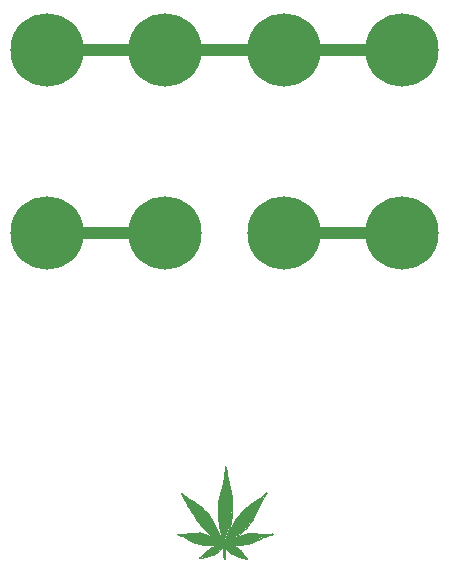
<source format=gbr>
G04 #@! TF.GenerationSoftware,KiCad,Pcbnew,(5.1.9-0-10_14)*
G04 #@! TF.CreationDate,2021-02-15T22:11:41-08:00*
G04 #@! TF.ProjectId,resonate,7265736f-6e61-4746-952e-6b696361645f,rev?*
G04 #@! TF.SameCoordinates,Original*
G04 #@! TF.FileFunction,Soldermask,Top*
G04 #@! TF.FilePolarity,Negative*
%FSLAX46Y46*%
G04 Gerber Fmt 4.6, Leading zero omitted, Abs format (unit mm)*
G04 Created by KiCad (PCBNEW (5.1.9-0-10_14)) date 2021-02-15 22:11:41*
%MOMM*%
%LPD*%
G01*
G04 APERTURE LIST*
%ADD10C,1.000000*%
%ADD11C,0.000002*%
%ADD12C,0.001000*%
%ADD13C,0.100000*%
%ADD14C,6.202000*%
G04 APERTURE END LIST*
D10*
X135000000Y2500000D02*
X125000000Y2500000D01*
X135000000Y18000000D02*
X105000000Y18000000D01*
X115000000Y2500000D02*
X105000000Y2500000D01*
D11*
X119441200Y-21210800D02*
X119455160Y-21497777D01*
X119745824Y-23352971D02*
X119680900Y-23222769D01*
X118980163Y-21847052D02*
X118969544Y-21827713D01*
X118969544Y-21827713D02*
X118960123Y-21810277D01*
X120019274Y-17590793D02*
X119994836Y-17795277D01*
X119587276Y-19647511D02*
X119585002Y-19655277D01*
X119487122Y-20169693D02*
X119485041Y-20185277D01*
X119502112Y-21991881D02*
X119504965Y-22013215D01*
X118307249Y-20884817D02*
X118220584Y-20801527D01*
X118220584Y-20801527D02*
X118142522Y-20731589D01*
X119509713Y-20017481D02*
X119506422Y-20036231D01*
X119617668Y-22622709D02*
X119619792Y-22632777D01*
X119157627Y-22175277D02*
X119149971Y-22161116D01*
X119149971Y-22161116D02*
X119140235Y-22143074D01*
X119784316Y-23278882D02*
X119797790Y-23342241D01*
X119460146Y-21574262D02*
X119462884Y-21610118D01*
X119632635Y-22687777D02*
X119636652Y-22703561D01*
X119636652Y-22703561D02*
X119641964Y-22724684D01*
X119507876Y-22035494D02*
X119510387Y-22055277D01*
X119688021Y-22905658D02*
X119711965Y-22997481D01*
X119711965Y-22997481D02*
X119729915Y-23065277D01*
X119514785Y-19985277D02*
X119512686Y-19999437D01*
X120064571Y-17313377D02*
X120042634Y-17432589D01*
X119450432Y-20547777D02*
X119439221Y-20785430D01*
X119569739Y-22408706D02*
X119588031Y-22492260D01*
X119604678Y-22569391D02*
X119607389Y-22580966D01*
X119489359Y-20151746D02*
X119487122Y-20169693D01*
X120042634Y-17432589D02*
X120019274Y-17590793D01*
X119506422Y-20036231D02*
X119503300Y-20052777D01*
X119588031Y-22492260D02*
X119591336Y-22506189D01*
X119625424Y-22658215D02*
X119629114Y-22673688D01*
X119629114Y-22673688D02*
X119632635Y-22687777D01*
X119729915Y-23065277D02*
X119762789Y-23190486D01*
X119762789Y-23190486D02*
X119784316Y-23278882D01*
X119485041Y-20185277D02*
X119476782Y-20253128D01*
X119512686Y-19999437D02*
X119509713Y-20017481D01*
X119503300Y-20052777D02*
X119500258Y-20069324D01*
X119467410Y-21658549D02*
X119470054Y-21687481D01*
X119691595Y-19277777D02*
X119672754Y-19340648D01*
X119525096Y-19924104D02*
X119514785Y-19985277D01*
X118702584Y-21373051D02*
X118576981Y-21192044D01*
X118576981Y-21192044D02*
X118457941Y-21043323D01*
X117712111Y-20398124D02*
X117590998Y-20315371D01*
X117590998Y-20315371D02*
X117500022Y-20257694D01*
X119529044Y-22905488D02*
X119400735Y-22649065D01*
X119547577Y-19815220D02*
X119525096Y-19924104D01*
X119839522Y-18734580D02*
X119774298Y-18990004D01*
X119476782Y-20253128D02*
X119466010Y-20360768D01*
X119246362Y-22342777D02*
X119219842Y-22292235D01*
X119219842Y-22292235D02*
X119196050Y-22247166D01*
X119474772Y-21742777D02*
X119479586Y-21796968D01*
X119492916Y-20120277D02*
X119491414Y-20134273D01*
X119500258Y-20069324D02*
X119497211Y-20088074D01*
X119504965Y-22013215D02*
X119507876Y-22035494D01*
X119591336Y-22506189D02*
X119594799Y-22521609D01*
X119196050Y-22247166D02*
X119175179Y-22207925D01*
X119175179Y-22207925D02*
X119157627Y-22175277D01*
X118998277Y-21879295D02*
X118990348Y-21865352D01*
X118990348Y-21865352D02*
X118980163Y-21847052D01*
X119585002Y-19655277D02*
X119571306Y-19706615D01*
X119466010Y-20360768D02*
X119456089Y-20470173D01*
X117949731Y-20571569D02*
X117838770Y-20488408D01*
X117838770Y-20488408D02*
X117712111Y-20398124D01*
X119641964Y-22724684D02*
X119647592Y-22747213D01*
X119647592Y-22747213D02*
X119652687Y-22767777D01*
X119510387Y-22055277D02*
X119524401Y-22153232D01*
X119465155Y-21635277D02*
X119467410Y-21658549D01*
X119614997Y-22611012D02*
X119617668Y-22622709D01*
X119932296Y-18260277D02*
X119891058Y-18496192D01*
X119602925Y-19586256D02*
X119596912Y-19610277D01*
X119891058Y-18496192D02*
X119839522Y-18734580D01*
X119455160Y-21497777D02*
X119457431Y-21534943D01*
X119597913Y-22536189D02*
X119600081Y-22547260D01*
X117500022Y-20257694D02*
X117488524Y-20250743D01*
X117488524Y-20250743D02*
X117471647Y-20240441D01*
X117471647Y-20240441D02*
X117452943Y-20228971D01*
X117452943Y-20228971D02*
X117435022Y-20217924D01*
X117435022Y-20217924D02*
X117410594Y-20203170D01*
X119486414Y-21863404D02*
X119493686Y-21928002D01*
X119524401Y-22153232D02*
X119546332Y-22282567D01*
X119774298Y-18990004D02*
X119691595Y-19277777D01*
X119612223Y-22599554D02*
X119614997Y-22611012D01*
X119620636Y-19520269D02*
X119610559Y-19557297D01*
X119602098Y-22557528D02*
X119604678Y-22569391D01*
X119472649Y-21717124D02*
X119474772Y-21742777D01*
X119546332Y-22282567D02*
X119569739Y-22408706D01*
X119640717Y-19448596D02*
X119634498Y-19470277D01*
X118142522Y-20731589D02*
X118091890Y-20688546D01*
X118091890Y-20688546D02*
X118034121Y-20640261D01*
X119596912Y-19610277D02*
X119593793Y-19622863D01*
X119497211Y-20088074D02*
X119494593Y-20106118D01*
X119439221Y-20785430D02*
X119436197Y-20990776D01*
X119652687Y-22767777D02*
X119665004Y-22816641D01*
X119665004Y-22816641D02*
X119688021Y-22905658D01*
X119672754Y-19340648D02*
X119655296Y-19399293D01*
X119594799Y-22521609D02*
X119597913Y-22536189D01*
X119948247Y-18152128D02*
X119932296Y-18260277D01*
X119966692Y-18018323D02*
X119948247Y-18152128D01*
X119983743Y-17888355D02*
X119966692Y-18018323D01*
X119462884Y-21610118D02*
X119465155Y-21635277D01*
X117410594Y-20203170D02*
X117365350Y-20176582D01*
X117365350Y-20176582D02*
X117312323Y-20145700D01*
X117312323Y-20145700D02*
X117257522Y-20114069D01*
X119436197Y-20990776D02*
X119441200Y-21210800D01*
X119457431Y-21534943D02*
X119460146Y-21574262D01*
X119027657Y-21934784D02*
X119015377Y-21911643D01*
X118457941Y-21043323D02*
X118390510Y-20969449D01*
X118390510Y-20969449D02*
X118307249Y-20884817D01*
X119994836Y-17795277D02*
X119983743Y-17888355D01*
X119680900Y-23222769D02*
X119617434Y-23092202D01*
X119617434Y-23092202D02*
X119570128Y-22994375D01*
X119619792Y-22632777D02*
X119622102Y-22643678D01*
X119622102Y-22643678D02*
X119625424Y-22658215D01*
X119610559Y-19557297D02*
X119602925Y-19586256D01*
X119590420Y-19635871D02*
X119587276Y-19647511D01*
X119493686Y-21928002D02*
X119499812Y-21975277D01*
X119570128Y-22994375D02*
X119530666Y-22912451D01*
X119607389Y-22580966D02*
X119609796Y-22590277D01*
X119058037Y-21991194D02*
X119041545Y-21960738D01*
X119041545Y-21960738D02*
X119027657Y-21934784D01*
X119655296Y-19399293D02*
X119640717Y-19448596D01*
X118034121Y-20640261D02*
X117980696Y-20596196D01*
X117980696Y-20596196D02*
X117949731Y-20571569D01*
X119609796Y-22590277D02*
X119612223Y-22599554D01*
X119593793Y-19622863D02*
X119590420Y-19635871D01*
X119400735Y-22649065D02*
X119286280Y-22420659D01*
X119286280Y-22420659D02*
X119246362Y-22342777D01*
X119494593Y-20106118D02*
X119492916Y-20120277D01*
X119571306Y-19706615D02*
X119547577Y-19815220D01*
X117257522Y-20114069D02*
X117012714Y-19969733D01*
X117012714Y-19969733D02*
X116843791Y-19860502D01*
X116843791Y-19860502D02*
X116698174Y-19752127D01*
X116698174Y-19752127D02*
X116533636Y-19614359D01*
X116533636Y-19614359D02*
X116480950Y-19569163D01*
X116480950Y-19569163D02*
X116433573Y-19530444D01*
X116433573Y-19530444D02*
X116393800Y-19499519D01*
X120225611Y-23837712D02*
X120198772Y-23831862D01*
X117285345Y-23631444D02*
X117349573Y-23656485D01*
X117349573Y-23656485D02*
X117413400Y-23679584D01*
X117413400Y-23679584D02*
X117477522Y-23701004D01*
X117477522Y-23701004D02*
X117494485Y-23706458D01*
X117494485Y-23706458D02*
X117512381Y-23712256D01*
X117512381Y-23712256D02*
X117528663Y-23717567D01*
X117528663Y-23717567D02*
X117540022Y-23721321D01*
X117540022Y-23721321D02*
X117549914Y-23724499D01*
X117549914Y-23724499D02*
X117561053Y-23727839D01*
X117561053Y-23727839D02*
X117571722Y-23730851D01*
X117571722Y-23730851D02*
X117580022Y-23732966D01*
X117580022Y-23732966D02*
X117589207Y-23735245D01*
X117589207Y-23735245D02*
X117603397Y-23738981D01*
X117603397Y-23738981D02*
X117619381Y-23743300D01*
X117619381Y-23743300D02*
X117635022Y-23747637D01*
X117635022Y-23747637D02*
X117737305Y-23774654D01*
X117737305Y-23774654D02*
X117854034Y-23802215D01*
X117854034Y-23802215D02*
X117971857Y-23827377D01*
X117971857Y-23827377D02*
X118077522Y-23847109D01*
X118077522Y-23847109D02*
X118184250Y-23864788D01*
X118184250Y-23864788D02*
X118281738Y-23879690D01*
X118281738Y-23879690D02*
X118364771Y-23891119D01*
X118364771Y-23891119D02*
X118425022Y-23897707D01*
X118425022Y-23897707D02*
X118636661Y-23915269D01*
X118636661Y-23915269D02*
X118781748Y-23923781D01*
X118781748Y-23923781D02*
X118908340Y-23926041D01*
X118908340Y-23926041D02*
X119053645Y-23923169D01*
X119053645Y-23923169D02*
X119118915Y-23920681D01*
X119118915Y-23920681D02*
X119181795Y-23917839D01*
X119181795Y-23917839D02*
X119235352Y-23915035D01*
X119235352Y-23915035D02*
X119263645Y-23912894D01*
X119263645Y-23912894D02*
X119365074Y-23903070D01*
X119365074Y-23903070D02*
X119430359Y-23896376D01*
X119430359Y-23896376D02*
X119474754Y-23891359D01*
X119474754Y-23891359D02*
X119499690Y-23887644D01*
X119499690Y-23887644D02*
X119510305Y-23885799D01*
X119510305Y-23885799D02*
X119519709Y-23884287D01*
X119519709Y-23884287D02*
X119527681Y-23883099D01*
X119530034Y-23886296D02*
X119468904Y-23905292D01*
X119468904Y-23905292D02*
X119403341Y-23924277D01*
X119403341Y-23924277D02*
X119347522Y-23938372D01*
X119347522Y-23938372D02*
X119320340Y-23945577D01*
X119320340Y-23945577D02*
X119263274Y-23963030D01*
X119263274Y-23963030D02*
X119206104Y-23981114D01*
X119206104Y-23981114D02*
X119171272Y-23993122D01*
X119171272Y-23993122D02*
X119159151Y-23997580D01*
X119159151Y-23997580D02*
X119144287Y-24003046D01*
X119144287Y-24003046D02*
X119129186Y-24008599D01*
X119129186Y-24008599D02*
X119116272Y-24013347D01*
X119116272Y-24013347D02*
X119095779Y-24021025D01*
X119095779Y-24021025D02*
X119079737Y-24027382D01*
X119079737Y-24027382D02*
X119059757Y-24035775D01*
X119059757Y-24035775D02*
X119020022Y-24052890D01*
X119020022Y-24052890D02*
X118982493Y-24069994D01*
X118982493Y-24069994D02*
X118926262Y-24097389D01*
X118926262Y-24097389D02*
X118870714Y-24125268D01*
X118870714Y-24125268D02*
X118836795Y-24143515D01*
X118836795Y-24143515D02*
X118730113Y-24207287D01*
X118730113Y-24207287D02*
X118630076Y-24273754D01*
X118630076Y-24273754D02*
X118530470Y-24347248D01*
X118530470Y-24347248D02*
X118425022Y-24432231D01*
X118425022Y-24432231D02*
X118400885Y-24452487D01*
X118400885Y-24452487D02*
X118380147Y-24470015D01*
X118380147Y-24470015D02*
X118362103Y-24485349D01*
X118358008Y-24489477D02*
X118343687Y-24502653D01*
X118343687Y-24502653D02*
X118327115Y-24517823D01*
X118327115Y-24517823D02*
X118307926Y-24535277D01*
X118307926Y-24535277D02*
X118263224Y-24576564D01*
X118263224Y-24576564D02*
X118226361Y-24612256D01*
X118226361Y-24612256D02*
X118190178Y-24649392D01*
X118190178Y-24649392D02*
X118147522Y-24695213D01*
X118147522Y-24695213D02*
X118122351Y-24722510D01*
X118122351Y-24722510D02*
X118086499Y-24761019D01*
X118086499Y-24761019D02*
X118047172Y-24803045D01*
X118047172Y-24803045D02*
X118009998Y-24842550D01*
X118009998Y-24842550D02*
X117927331Y-24931110D01*
X117930754Y-25001291D02*
X117946570Y-24998613D01*
X117946570Y-24998613D02*
X118006655Y-24986751D01*
X118006655Y-24986751D02*
X118069890Y-24974006D01*
X118069890Y-24974006D02*
X118126495Y-24962411D01*
X118126495Y-24962411D02*
X118150022Y-24957222D01*
X118150022Y-24957222D02*
X118160765Y-24954724D01*
X118160765Y-24954724D02*
X118174725Y-24951527D01*
X118174725Y-24951527D02*
X118189392Y-24948201D01*
X118189392Y-24948201D02*
X118202522Y-24945258D01*
X118202522Y-24945258D02*
X118222000Y-24940673D01*
X118222000Y-24940673D02*
X118273647Y-24927802D01*
X118273647Y-24927802D02*
X118335223Y-24912309D01*
X118335223Y-24912309D02*
X118402522Y-24895214D01*
X118402522Y-24895214D02*
X118468574Y-24878414D01*
X118468574Y-24878414D02*
X118526256Y-24863853D01*
X118526256Y-24863853D02*
X118575788Y-24851427D01*
X118575788Y-24851427D02*
X118585022Y-24849348D01*
X118620530Y-24840489D02*
X118714001Y-24812067D01*
X118714001Y-24812067D02*
X118806592Y-24783017D01*
X118806592Y-24783017D02*
X118862522Y-24763854D01*
X118862522Y-24763854D02*
X119020115Y-24700989D01*
X119020115Y-24700989D02*
X119160543Y-24634003D01*
X119160543Y-24634003D02*
X119293872Y-24557727D01*
X119293872Y-24557727D02*
X119430022Y-24466907D01*
X119522618Y-24393723D02*
X119621336Y-24301497D01*
X119621336Y-24301497D02*
X119719679Y-24196929D01*
X119719679Y-24196929D02*
X119811309Y-24086292D01*
X119811309Y-24086292D02*
X119824618Y-24069615D01*
X119824618Y-24069615D02*
X119836630Y-24055560D01*
X119836630Y-24055560D02*
X119847055Y-24044089D01*
X119852369Y-24044990D02*
X119853728Y-24079717D01*
X119853728Y-24079717D02*
X119854720Y-24123849D01*
X119854720Y-24123849D02*
X119855022Y-24184454D01*
X119855022Y-24184454D02*
X119855237Y-24258674D01*
X119855237Y-24258674D02*
X119855995Y-24372704D01*
X119855995Y-24372704D02*
X119857066Y-24501023D01*
X119857066Y-24501023D02*
X119858335Y-24626359D01*
X119858335Y-24626359D02*
X119861648Y-24926588D01*
X119861648Y-24926588D02*
X119938906Y-25004683D01*
X119938906Y-25004683D02*
X119969013Y-25034616D01*
X119969013Y-25034616D02*
X119995478Y-25059837D01*
X119995478Y-25059837D02*
X120018527Y-25081046D01*
X120033721Y-25062425D02*
X120035717Y-24919472D01*
X120035717Y-24919472D02*
X120037665Y-24758576D01*
X120037665Y-24758576D02*
X120039456Y-24569690D01*
X120039456Y-24569690D02*
X120041301Y-24381187D01*
X120041301Y-24381187D02*
X120043420Y-24221549D01*
X120043420Y-24221549D02*
X120045654Y-24078424D01*
X120066672Y-24082136D02*
X120079292Y-24106527D01*
X120350022Y-24460105D02*
X120399465Y-24500893D01*
X120399465Y-24500893D02*
X120452352Y-24541071D01*
X120452352Y-24541071D02*
X120502423Y-24576144D01*
X120502423Y-24576144D02*
X120542522Y-24600665D01*
X120542522Y-24600665D02*
X120552040Y-24606010D01*
X120552040Y-24606010D02*
X120565712Y-24613819D01*
X120565712Y-24613819D02*
X120584250Y-24624488D01*
X120584250Y-24624488D02*
X120610022Y-24639386D01*
X120610022Y-24639386D02*
X120646005Y-24658811D01*
X120646005Y-24658811D02*
X120714035Y-24692512D01*
X120714035Y-24692512D02*
X120784226Y-24726283D01*
X120784226Y-24726283D02*
X120835022Y-24749343D01*
X120835022Y-24749343D02*
X120881032Y-24768860D01*
X120881032Y-24768860D02*
X120964667Y-24803305D01*
X120964667Y-24803305D02*
X121059189Y-24842029D01*
X121064899Y-24843092D02*
X121069752Y-24844808D01*
X121069752Y-24844808D02*
X121075511Y-24847043D01*
X121075511Y-24847043D02*
X121081766Y-24849691D01*
X121081766Y-24849691D02*
X121089059Y-24852778D01*
X121089059Y-24852778D02*
X121098034Y-24856363D01*
X121098034Y-24856363D02*
X121107177Y-24859863D01*
X121107177Y-24859863D02*
X121115022Y-24862696D01*
X121115022Y-24862696D02*
X121122455Y-24865344D01*
X121122455Y-24865344D02*
X121130318Y-24868265D01*
X121130318Y-24868265D02*
X121137486Y-24871027D01*
X121137486Y-24871027D02*
X121142522Y-24873101D01*
X121198054Y-24893690D02*
X121285632Y-24919595D01*
X121285632Y-24919595D02*
X121397606Y-24949292D01*
X116076926Y-23015042D02*
X116108826Y-23024954D01*
X116108826Y-23024954D02*
X116326951Y-23096611D01*
X116633114Y-23246773D02*
X116811226Y-23369103D01*
X116811226Y-23369103D02*
X116848261Y-23395940D01*
X116848261Y-23395940D02*
X116882016Y-23420005D01*
X116882016Y-23420005D02*
X116910474Y-23439975D01*
X116920629Y-23446375D02*
X116927233Y-23450155D01*
X116927233Y-23450155D02*
X116934094Y-23454150D01*
X116934094Y-23454150D02*
X116940259Y-23457797D01*
X116940259Y-23457797D02*
X116944424Y-23460341D01*
X116944424Y-23460341D02*
X116949047Y-23463177D01*
X116949047Y-23463177D02*
X116957487Y-23468234D01*
X116957487Y-23468234D02*
X116967356Y-23474103D01*
X116967356Y-23474103D02*
X116977522Y-23480101D01*
X116977522Y-23480101D02*
X116987281Y-23485930D01*
X116987281Y-23485930D02*
X116995912Y-23491285D01*
X116995912Y-23491285D02*
X117003091Y-23495898D01*
X119010103Y-21900347D02*
X119004695Y-21890555D01*
X119004695Y-21890555D02*
X118998277Y-21879295D01*
X119014682Y-21908855D02*
X119010103Y-21900347D01*
X120244490Y-23106661D02*
X120240864Y-23115223D01*
X120240864Y-23115223D02*
X120237803Y-23123264D01*
X120237803Y-23123264D02*
X120235503Y-23130064D01*
X120234508Y-23136216D02*
X120232084Y-23142840D01*
X120232084Y-23142840D02*
X120228851Y-23150659D01*
X120228851Y-23150659D02*
X120225022Y-23158958D01*
X120225022Y-23158958D02*
X120221191Y-23167186D01*
X120221191Y-23167186D02*
X120217959Y-23174785D01*
X120217959Y-23174785D02*
X120215482Y-23181197D01*
X120214584Y-23186362D02*
X120212214Y-23192904D01*
X120212214Y-23192904D02*
X120209124Y-23200664D01*
X120209124Y-23200664D02*
X120205464Y-23209082D01*
X120205464Y-23209082D02*
X120200839Y-23219472D01*
X120200839Y-23219472D02*
X120194664Y-23233598D01*
X120194664Y-23233598D02*
X120188098Y-23248783D01*
X120188098Y-23248783D02*
X120182120Y-23262777D01*
X120182120Y-23262777D02*
X120162455Y-23305327D01*
X120155426Y-23284707D02*
X120172951Y-23231307D01*
X120172951Y-23231307D02*
X120180133Y-23210670D01*
X120180133Y-23210670D02*
X120186887Y-23190861D01*
X120186887Y-23190861D02*
X120192515Y-23174002D01*
X120192515Y-23174002D02*
X120195217Y-23165277D01*
X120195217Y-23165277D02*
X120198156Y-23155862D01*
X120198156Y-23155862D02*
X120205745Y-23133387D01*
X120205745Y-23133387D02*
X120214918Y-23106638D01*
X120214918Y-23106638D02*
X120224966Y-23077777D01*
X120224966Y-23077777D02*
X120249871Y-23005470D01*
X120249871Y-23005470D02*
X120282504Y-22908295D01*
X120282504Y-22908295D02*
X120313681Y-22814093D01*
X120313681Y-22814093D02*
X120330776Y-22760277D01*
X120330776Y-22760277D02*
X120335561Y-22744693D01*
X120335561Y-22744693D02*
X120341080Y-22726746D01*
X120341080Y-22726746D02*
X120346460Y-22709274D01*
X120346460Y-22709274D02*
X120350778Y-22695277D01*
X120350778Y-22695277D02*
X120367938Y-22637284D01*
X120367938Y-22637284D02*
X120397648Y-22531388D01*
X120397648Y-22531388D02*
X120427390Y-22423770D01*
X120427390Y-22423770D02*
X120436995Y-22385277D01*
X120436995Y-22385277D02*
X120438776Y-22377807D01*
X120438776Y-22377807D02*
X120441467Y-22367340D01*
X120441467Y-22367340D02*
X120444512Y-22355948D01*
X120444512Y-22355948D02*
X120447485Y-22345277D01*
X120447485Y-22345277D02*
X120478766Y-22221371D01*
X120478766Y-22221371D02*
X120521650Y-22019623D01*
X120521650Y-22019623D02*
X120561335Y-21817675D01*
X120561335Y-21817675D02*
X120580389Y-21695277D01*
X120580389Y-21695277D02*
X120582418Y-21679518D01*
X120582418Y-21679518D02*
X120584972Y-21661012D01*
X120584972Y-21661012D02*
X120587622Y-21642744D01*
X120587622Y-21642744D02*
X120589942Y-21627777D01*
X120589942Y-21627777D02*
X120592299Y-21612476D01*
X120592299Y-21612476D02*
X120595075Y-21593074D01*
X120595075Y-21593074D02*
X120597806Y-21572962D01*
X120597806Y-21572962D02*
X120600050Y-21555277D01*
X120600050Y-21555277D02*
X120602271Y-21537241D01*
X120602271Y-21537241D02*
X120604937Y-21516012D01*
X120604937Y-21516012D02*
X120607613Y-21495020D01*
X120607613Y-21495020D02*
X120609856Y-21477777D01*
X120609856Y-21477777D02*
X120618702Y-21404897D01*
X120618702Y-21404897D02*
X120629073Y-21307488D01*
X120629073Y-21307488D02*
X120638309Y-21213260D01*
X120638309Y-21213260D02*
X120642243Y-21160277D01*
D12*
X120642243Y-21160277D02*
X120656205Y-20880188D01*
X120656205Y-20880188D02*
X120663207Y-20673699D01*
D11*
X120663207Y-20673699D02*
X120664428Y-20511801D01*
X120664428Y-20511801D02*
X120659993Y-20375277D01*
X120659993Y-20375277D02*
X120649412Y-20196795D01*
X120649412Y-20196795D02*
X120641238Y-20073355D01*
X120641238Y-20073355D02*
X120633692Y-19977355D01*
X120633692Y-19977355D02*
X120625375Y-19890277D01*
X120625375Y-19890277D02*
X120613047Y-19782002D01*
X120613047Y-19782002D02*
X120598521Y-19670705D01*
X120598521Y-19670705D02*
X120583969Y-19571401D01*
X120583969Y-19571401D02*
X120572053Y-19505277D01*
X120572053Y-19505277D02*
X120568972Y-19489692D01*
X120568972Y-19489692D02*
X120565675Y-19471746D01*
X120565675Y-19471746D02*
X120562659Y-19454272D01*
X120562659Y-19454272D02*
X120560471Y-19440277D01*
X120560471Y-19440277D02*
X120547583Y-19367148D01*
X120547583Y-19367148D02*
X120520319Y-19239530D01*
X120520319Y-19239530D02*
X120491211Y-19111306D01*
X120491211Y-19111306D02*
X120470219Y-19030277D01*
X120470219Y-19030277D02*
X120468167Y-19022654D01*
X120468167Y-19022654D02*
X120465418Y-19011606D01*
X120465418Y-19011606D02*
X120462509Y-18999406D01*
X120462509Y-18999406D02*
X120459866Y-18987777D01*
X120459866Y-18987777D02*
X120457226Y-18976332D01*
X120457226Y-18976332D02*
X120454324Y-18964684D01*
X120454324Y-18964684D02*
X120451577Y-18954390D01*
X120451577Y-18954390D02*
X120449546Y-18947777D01*
X120449546Y-18947777D02*
X120438947Y-18912230D01*
X120438947Y-18912230D02*
X120406786Y-18786990D01*
X120406786Y-18786990D02*
X120374492Y-18658731D01*
X120374492Y-18658731D02*
X120349454Y-18555379D01*
X120349454Y-18555379D02*
X120312899Y-18391341D01*
X120312899Y-18391341D02*
X120282146Y-18233530D01*
X120282146Y-18233530D02*
X120250474Y-18045675D01*
X120250474Y-18045675D02*
X120209879Y-17780277D01*
X120209879Y-17780277D02*
X120207550Y-17764693D01*
X120207550Y-17764693D02*
X120204846Y-17746746D01*
X120204846Y-17746746D02*
X120202198Y-17729274D01*
X120202198Y-17729274D02*
X120200058Y-17715277D01*
X120200058Y-17715277D02*
X120197609Y-17698853D01*
X120197609Y-17698853D02*
X120193664Y-17671324D01*
X120193664Y-17671324D02*
X120189195Y-17639649D01*
X120189195Y-17639649D02*
X120184771Y-17607777D01*
X120184771Y-17607777D02*
X120166249Y-17480893D01*
X120166249Y-17480893D02*
X120149153Y-17380779D01*
X120149153Y-17380779D02*
X120133695Y-17304885D01*
X119307816Y-23455118D02*
X119313100Y-23459282D01*
X116352797Y-19537022D02*
X116362376Y-19572674D01*
X116362376Y-19572674D02*
X116375567Y-19610779D01*
X116390446Y-19644500D02*
X116394113Y-19652210D01*
X116394113Y-19652210D02*
X116397209Y-19659477D01*
X116397209Y-19659477D02*
X116399530Y-19665636D01*
X116402078Y-19677345D02*
X116462647Y-19800518D01*
X116462647Y-19800518D02*
X116517394Y-19910797D01*
X116517394Y-19910797D02*
X116546150Y-19965277D01*
X116546150Y-19965277D02*
X116556140Y-19983314D01*
X116556140Y-19983314D02*
X116567835Y-20004543D01*
X116567835Y-20004543D02*
X116579351Y-20025536D01*
X116579351Y-20025536D02*
X116588754Y-20042777D01*
X116588754Y-20042777D02*
X116610346Y-20081702D01*
X116610346Y-20081702D02*
X116668968Y-20185057D01*
X116668968Y-20185057D02*
X116727044Y-20287083D01*
X116727044Y-20287083D02*
X116756342Y-20337777D01*
X116756342Y-20337777D02*
X116760674Y-20345211D01*
X116760674Y-20345211D02*
X116765217Y-20353074D01*
X116765217Y-20353074D02*
X116769328Y-20360248D01*
X116769328Y-20360248D02*
X116772165Y-20365277D01*
X116772165Y-20365277D02*
X116797729Y-20409490D01*
X116797729Y-20409490D02*
X116867790Y-20526106D01*
X116867790Y-20526106D02*
X116937630Y-20641590D01*
X116937630Y-20641590D02*
X116980010Y-20710277D01*
X116980010Y-20710277D02*
X116992249Y-20729846D01*
X116992249Y-20729846D02*
X117024866Y-20782137D01*
X117024866Y-20782137D02*
X117063762Y-20844522D01*
X117063762Y-20844522D02*
X117106299Y-20912777D01*
X117106299Y-20912777D02*
X117150478Y-20983586D01*
X117150478Y-20983586D02*
X117194344Y-21053699D01*
X117194344Y-21053699D02*
X117232466Y-21114465D01*
X117232466Y-21114465D02*
X117255098Y-21150277D01*
X117255098Y-21150277D02*
X117273210Y-21178853D01*
X117273210Y-21178853D02*
X117293501Y-21211028D01*
X117293501Y-21211028D02*
X117312852Y-21241839D01*
X117312852Y-21241839D02*
X117327810Y-21265811D01*
X117327810Y-21265811D02*
X117392960Y-21368079D01*
X117392960Y-21368079D02*
X117503314Y-21536047D01*
X117503314Y-21536047D02*
X117615794Y-21705183D01*
X117615794Y-21705183D02*
X117692611Y-21817777D01*
X117692611Y-21817777D02*
X117743294Y-21889659D01*
X117743294Y-21889659D02*
X117798022Y-21965362D01*
X117798022Y-21965362D02*
X117850771Y-22036679D01*
X117850771Y-22036679D02*
X117895094Y-22094720D01*
X117895094Y-22094720D02*
X117912804Y-22117489D01*
X117912804Y-22117489D02*
X117930933Y-22140881D01*
X117930933Y-22140881D02*
X117947035Y-22161730D01*
X117947035Y-22161730D02*
X117957522Y-22175413D01*
X117957522Y-22175413D02*
X118126302Y-22381368D01*
X118126302Y-22381368D02*
X118331976Y-22603889D01*
X118331976Y-22603889D02*
X118560218Y-22828564D01*
X118560218Y-22828564D02*
X118797522Y-23041366D01*
X118797522Y-23041366D02*
X118846190Y-23082022D01*
X118846190Y-23082022D02*
X118955655Y-23171064D01*
X118955655Y-23171064D02*
X119076355Y-23268615D01*
X119076355Y-23268615D02*
X119186635Y-23356997D01*
X119186635Y-23356997D02*
X119285879Y-23436626D01*
X119269621Y-23439782D02*
X119152522Y-23362529D01*
X119152522Y-23362529D02*
X119094127Y-23324579D01*
X119094127Y-23324579D02*
X119029264Y-23283880D01*
X119029264Y-23283880D02*
X118967579Y-23246350D01*
X118967579Y-23246350D02*
X118920022Y-23218855D01*
X118920022Y-23218855D02*
X118908665Y-23212503D01*
X118908665Y-23212503D02*
X118892381Y-23203359D01*
X118892381Y-23203359D02*
X118874485Y-23193290D01*
X118874485Y-23193290D02*
X118857522Y-23183724D01*
X118857522Y-23183724D02*
X118807800Y-23157003D01*
X118807800Y-23157003D02*
X118722054Y-23113707D01*
X118722054Y-23113707D02*
X118636095Y-23071297D01*
X118636095Y-23071297D02*
X118587522Y-23048978D01*
X118587522Y-23048978D02*
X118514767Y-23018060D01*
X118514767Y-23018060D02*
X118462918Y-22997344D01*
X118462918Y-22997344D02*
X118411345Y-22978648D01*
X118411345Y-22978648D02*
X118340022Y-22954629D01*
X118340022Y-22954629D02*
X118238541Y-22923880D01*
X118238541Y-22923880D02*
X118134167Y-22897547D01*
X118134167Y-22897547D02*
X118037077Y-22877867D01*
X117013874Y-23504229D02*
X117096008Y-23545116D01*
X117096008Y-23545116D02*
X117172193Y-23582386D01*
X117172193Y-23582386D02*
X117220022Y-23604199D01*
X117220022Y-23604199D02*
X117285345Y-23631444D01*
X119499812Y-21975277D02*
X119502112Y-21991881D01*
X119491414Y-20134273D02*
X119489359Y-20151746D01*
X119456089Y-20470173D02*
X119450432Y-20547777D01*
X122644416Y-21161958D02*
X122666565Y-21114935D01*
X122666565Y-21114935D02*
X122705466Y-21032138D01*
X122705466Y-21032138D02*
X122752656Y-20931614D01*
X122752656Y-20931614D02*
X122804881Y-20820277D01*
X122804881Y-20820277D02*
X122815623Y-20797387D01*
X122815623Y-20797387D02*
X122826572Y-20774090D01*
X122826572Y-20774090D02*
X122836270Y-20753483D01*
X122836270Y-20753483D02*
X122842505Y-20740277D01*
X122842505Y-20740277D02*
X122863434Y-20695815D01*
X122863434Y-20695815D02*
X122898656Y-20620485D01*
X122898656Y-20620485D02*
X122933870Y-20544997D01*
X122933870Y-20544997D02*
X122948740Y-20512777D01*
X122948740Y-20512777D02*
X122957300Y-20494652D01*
X122957300Y-20494652D02*
X122982337Y-20443418D01*
X122982337Y-20443418D02*
X123012314Y-20382396D01*
X123012314Y-20382396D02*
X123045463Y-20315277D01*
X123045463Y-20315277D02*
X123148409Y-20110452D01*
X123148409Y-20110452D02*
X123213980Y-19989678D01*
X123213980Y-19989678D02*
X123274034Y-19893698D01*
X123274034Y-19893698D02*
X123351038Y-19785277D01*
X123351038Y-19785277D02*
X123391922Y-19731904D01*
X123391922Y-19731904D02*
X123445948Y-19664257D01*
X123445948Y-19664257D02*
X123499895Y-19598072D01*
X123526429Y-19570518D02*
X123545976Y-19546851D01*
X123545976Y-19546851D02*
X123565329Y-19522507D01*
X123565329Y-19522507D02*
X123577667Y-19505539D01*
X123549438Y-19487759D02*
X123492952Y-19523208D01*
X123492952Y-19523208D02*
X123437477Y-19559270D01*
X123437477Y-19559270D02*
X123397522Y-19587414D01*
X123397522Y-19587414D02*
X123385320Y-19596471D01*
X123385320Y-19596471D02*
X123368850Y-19608643D01*
X123368850Y-19608643D02*
X123351209Y-19621646D01*
X123351209Y-19621646D02*
X123335022Y-19633543D01*
X123335022Y-19633543D02*
X123314011Y-19649020D01*
X123314011Y-19649020D02*
X123276959Y-19676446D01*
X123276959Y-19676446D02*
X123233928Y-19708350D01*
X123233928Y-19708350D02*
X123190022Y-19740957D01*
X123190022Y-19740957D02*
X122968690Y-19904774D01*
X122968690Y-19904774D02*
X122820866Y-20012251D01*
X122820866Y-20012251D02*
X122697222Y-20099298D01*
X122697222Y-20099298D02*
X122562522Y-20190991D01*
X122562522Y-20190991D02*
X122517965Y-20220471D01*
X122517965Y-20220471D02*
X122456365Y-20260469D01*
X122456365Y-20260469D02*
X122389629Y-20303344D01*
X122389629Y-20303344D02*
X122327522Y-20342769D01*
X122327522Y-20342769D02*
X122148457Y-20456351D01*
X122148457Y-20456351D02*
X122046415Y-20523278D01*
X122046415Y-20523278D02*
X121967428Y-20578727D01*
X121967428Y-20578727D02*
X121880250Y-20644220D01*
X121880250Y-20644220D02*
X121777297Y-20730085D01*
X121777297Y-20730085D02*
X121646053Y-20852079D01*
X121646053Y-20852079D02*
X121513704Y-20983304D01*
X121513704Y-20983304D02*
X121405193Y-21100277D01*
X121405193Y-21100277D02*
X121380430Y-21128361D01*
X121380430Y-21128361D02*
X121357031Y-21154856D01*
X121357031Y-21154856D02*
X121337272Y-21177192D01*
X121337272Y-21177192D02*
X121327847Y-21187777D01*
X121893683Y-25046689D02*
X121877281Y-25023316D01*
X121877281Y-25023316D02*
X121862079Y-25003035D01*
X120385721Y-22760277D02*
X120383495Y-22765577D01*
X120383495Y-22765577D02*
X120379723Y-22773949D01*
X120379723Y-22773949D02*
X120375330Y-22783430D01*
X120375330Y-22783430D02*
X120370874Y-22792777D01*
X120370874Y-22792777D02*
X120366707Y-22801673D01*
X120366707Y-22801673D02*
X120363194Y-22809786D01*
X120363194Y-22809786D02*
X120360459Y-22816632D01*
X120359166Y-22823491D02*
X120352969Y-22838632D01*
X120352969Y-22838632D02*
X120343866Y-22859784D01*
X120343866Y-22859784D02*
X120329642Y-22891661D01*
X120329642Y-22891661D02*
X120325958Y-22900210D01*
X120325958Y-22900210D02*
X120322848Y-22908209D01*
X120322848Y-22908209D02*
X120320501Y-22914968D01*
X120319553Y-22920959D02*
X120317281Y-22927667D01*
X120317281Y-22927667D02*
X120314264Y-22935606D01*
X120314264Y-22935606D02*
X120310691Y-22944082D01*
X120310691Y-22944082D02*
X120306173Y-22954627D01*
X119634498Y-19470277D02*
X119620636Y-19520269D01*
X121862079Y-25003035D02*
X121851771Y-24989809D01*
X121851771Y-24989809D02*
X121837947Y-24972822D01*
X121837947Y-24972822D02*
X121794380Y-24920045D01*
X121794380Y-24920045D02*
X121719278Y-24826381D01*
X121719278Y-24826381D02*
X121658325Y-24744131D01*
X121658325Y-24744131D02*
X121593113Y-24647827D01*
X121593113Y-24647827D02*
X121501099Y-24504225D01*
X120306173Y-22954627D02*
X120300109Y-22969333D01*
X120300109Y-22969333D02*
X120293655Y-22985324D01*
X120293655Y-22985324D02*
X120287768Y-23000277D01*
X120287768Y-23000277D02*
X120274497Y-23034151D01*
X120274497Y-23034151D02*
X120263179Y-23062378D01*
X120263179Y-23062378D02*
X120253305Y-23086243D01*
X120253305Y-23086243D02*
X120244490Y-23106661D01*
X119140235Y-22143074D02*
X119130128Y-22124323D01*
X119130128Y-22124323D02*
X119121221Y-22107777D01*
X121397606Y-24949292D02*
X121534294Y-24982548D01*
X121534294Y-24982548D02*
X121614120Y-25002862D01*
X121614120Y-25002862D02*
X121685736Y-25024319D01*
X121685736Y-25024319D02*
X121751838Y-25047762D01*
X121751838Y-25047762D02*
X121815022Y-25074046D01*
X121815022Y-25074046D02*
X121846281Y-25087761D01*
X120464982Y-22580277D02*
X120447720Y-22618594D01*
X120447720Y-22618594D02*
X120420843Y-22679384D01*
X120420843Y-22679384D02*
X120393609Y-22741378D01*
X120393609Y-22741378D02*
X120385721Y-22760277D01*
X119094341Y-22058062D02*
X119075985Y-22024222D01*
X119075985Y-22024222D02*
X119058037Y-21991194D01*
X122620294Y-21214044D02*
X122627187Y-21198945D01*
X122627187Y-21198945D02*
X122635064Y-21181889D01*
X122635064Y-21181889D02*
X122644416Y-21161958D01*
X121327847Y-21187777D02*
X121284639Y-21238542D01*
X121284639Y-21238542D02*
X121217177Y-21323061D01*
X121217177Y-21323061D02*
X121146819Y-21413641D01*
X121146819Y-21413641D02*
X121089543Y-21490277D01*
X121089543Y-21490277D02*
X121029939Y-21574271D01*
X121029939Y-21574271D02*
X120962393Y-21673837D01*
X120962393Y-21673837D02*
X120899259Y-21770233D01*
X120899259Y-21770233D02*
X120854889Y-21842307D01*
X120854889Y-21842307D02*
X120850197Y-21850243D01*
X120850197Y-21850243D02*
X120839864Y-21867624D01*
X120839864Y-21867624D02*
X120827575Y-21888268D01*
X120827575Y-21888268D02*
X120814458Y-21910277D01*
X120814458Y-21910277D02*
X120800976Y-21932985D01*
X120800976Y-21932985D02*
X120787590Y-21955731D01*
X120787590Y-21955731D02*
X120775983Y-21975624D01*
X120775983Y-21975624D02*
X120769048Y-21987777D01*
X120769048Y-21987777D02*
X120759609Y-22004555D01*
X120759609Y-22004555D02*
X120749929Y-22021636D01*
X120749929Y-22021636D02*
X120738678Y-22041366D01*
X120738678Y-22041366D02*
X120724269Y-22066527D01*
X120724269Y-22066527D02*
X120683548Y-22141636D01*
X120683548Y-22141636D02*
X120596807Y-22312328D01*
X120596807Y-22312328D02*
X120511249Y-22483226D01*
X120511249Y-22483226D02*
X120464982Y-22580277D01*
X119121221Y-22107777D02*
X119110636Y-22088155D01*
X119110636Y-22088155D02*
X119094341Y-22058062D01*
X120184700Y-23817876D02*
X120226901Y-23818134D01*
X120657522Y-23850622D02*
X120813070Y-23857895D01*
X120813070Y-23857895D02*
X121086190Y-23859806D01*
X121086190Y-23859806D02*
X121358935Y-23858145D01*
X121358935Y-23858145D02*
X121492522Y-23850739D01*
X121492522Y-23850739D02*
X121528547Y-23847195D01*
X121528547Y-23847195D02*
X121566506Y-23843487D01*
X121566506Y-23843487D02*
X121601013Y-23840138D01*
X121601013Y-23840138D02*
X121625022Y-23837838D01*
X121625022Y-23837838D02*
X121745884Y-23823156D01*
X121745884Y-23823156D02*
X121883620Y-23800279D01*
X121883620Y-23800279D02*
X122020804Y-23772545D01*
X122020804Y-23772545D02*
X122140022Y-23743034D01*
X122140022Y-23743034D02*
X122213400Y-23722598D01*
X122213400Y-23722598D02*
X122252851Y-23710723D01*
X122252851Y-23710723D02*
X122292423Y-23697307D01*
X122292423Y-23697307D02*
X122367522Y-23670178D01*
X122367522Y-23670178D02*
X122458987Y-23635131D01*
X122458987Y-23635131D02*
X122533440Y-23602696D01*
X122533440Y-23602696D02*
X122618504Y-23560433D01*
X122618504Y-23560433D02*
X122752522Y-23489199D01*
X122752522Y-23489199D02*
X122862600Y-23432490D01*
X122862600Y-23432490D02*
X123003927Y-23364591D01*
X123003927Y-23364591D02*
X123149199Y-23298078D01*
X123149199Y-23298078D02*
X123272522Y-23245274D01*
X123272522Y-23245274D02*
X123419767Y-23188251D01*
X123419767Y-23188251D02*
X123598786Y-23125203D01*
X123598786Y-23125203D02*
X123773171Y-23068169D01*
X123773171Y-23068169D02*
X123902522Y-23031377D01*
X123902522Y-23031377D02*
X123938093Y-23021392D01*
X123938093Y-23021392D02*
X124000776Y-23001805D01*
X124000776Y-23001805D02*
X124065174Y-22981131D01*
X124075267Y-22933028D02*
X123946598Y-22930953D01*
X123946598Y-22930953D02*
X123760194Y-22928974D01*
X123760194Y-22928974D02*
X123422522Y-22926997D01*
X123422522Y-22926997D02*
X123166132Y-22925346D01*
X123166132Y-22925346D02*
X122937897Y-22923130D01*
X122937897Y-22923130D02*
X122745145Y-22920680D01*
X122745145Y-22920680D02*
X122692522Y-22918510D01*
X122692522Y-22918510D02*
X122657867Y-22916150D01*
X122657867Y-22916150D02*
X122615318Y-22913293D01*
X122615318Y-22913293D02*
X122572057Y-22910418D01*
X122572057Y-22910418D02*
X122535022Y-22907990D01*
X122535022Y-22907990D02*
X122498691Y-22905545D01*
X122498691Y-22905545D02*
X122457662Y-22902627D01*
X122457662Y-22902627D02*
X122418287Y-22899702D01*
X122418287Y-22899702D02*
X122387522Y-22897267D01*
X122387522Y-22897267D02*
X122353546Y-22895032D01*
X122353546Y-22895032D02*
X122301607Y-22892737D01*
X122301607Y-22892737D02*
X122243234Y-22890735D01*
X122243234Y-22890735D02*
X122186322Y-22889370D01*
X122186322Y-22889370D02*
X122105896Y-22888261D01*
X122105896Y-22888261D02*
X122061324Y-22888975D01*
X122061324Y-22888975D02*
X122025789Y-22891782D01*
X122025789Y-22891782D02*
X121983822Y-22897669D01*
X121983822Y-22897669D02*
X121924574Y-22908597D01*
X121924574Y-22908597D02*
X121863071Y-22922384D01*
X121863071Y-22922384D02*
X121801620Y-22938467D01*
X121801620Y-22938467D02*
X121742522Y-22956289D01*
X121742522Y-22956289D02*
X121707932Y-22967769D01*
X121707932Y-22967769D02*
X121678135Y-22978359D01*
X121678135Y-22978359D02*
X121643337Y-22991611D01*
X121643337Y-22991611D02*
X121590022Y-23012680D01*
X121590022Y-23012680D02*
X121483653Y-23056658D01*
X121483653Y-23056658D02*
X121345333Y-23116903D01*
X121345333Y-23116903D02*
X121194502Y-23184657D01*
X121194502Y-23184657D02*
X121047522Y-23252733D01*
X121047522Y-23252733D02*
X120999694Y-23275132D01*
X120999694Y-23275132D02*
X120931774Y-23306749D01*
X120931774Y-23306749D02*
X120865354Y-23337574D01*
X120865354Y-23337574D02*
X120830022Y-23353816D01*
X120830022Y-23353816D02*
X120796707Y-23369148D01*
X120796707Y-23369148D02*
X120761702Y-23385535D01*
X120761702Y-23385535D02*
X120719936Y-23405361D01*
X120719936Y-23405361D02*
X120665022Y-23431661D01*
X120665022Y-23431661D02*
X120636247Y-23445444D01*
X120636247Y-23445444D02*
X120605600Y-23460054D01*
X120605600Y-23460054D02*
X120577497Y-23473393D01*
X120577497Y-23473393D02*
X120557522Y-23482798D01*
X120557522Y-23482798D02*
X120538478Y-23491750D01*
X120538478Y-23491750D02*
X120513850Y-23503400D01*
X120513850Y-23503400D02*
X120488044Y-23515656D01*
X120488044Y-23515656D02*
X120465022Y-23526643D01*
X120465022Y-23526643D02*
X120396972Y-23558528D01*
X120396972Y-23558528D02*
X120328992Y-23589023D01*
X120328992Y-23589023D02*
X120268149Y-23615366D01*
X120284097Y-23572337D02*
X120291782Y-23568359D01*
X120291782Y-23568359D02*
X120306062Y-23560749D01*
X120306062Y-23560749D02*
X120322766Y-23551769D01*
X120322766Y-23551769D02*
X120340022Y-23542411D01*
X120340022Y-23542411D02*
X120359541Y-23531825D01*
X120359541Y-23531825D02*
X120383256Y-23519049D01*
X120383256Y-23519049D02*
X120407210Y-23506206D01*
X120407210Y-23506206D02*
X120427522Y-23495384D01*
X120427522Y-23495384D02*
X120846530Y-23258868D01*
X120846530Y-23258868D02*
X121202444Y-23026945D01*
X121202444Y-23026945D02*
X121512462Y-22788051D01*
X121792561Y-22530767D02*
X121929379Y-22385115D01*
X121929379Y-22385115D02*
X122060765Y-22228716D01*
X122060765Y-22228716D02*
X122176513Y-22074537D01*
X122265538Y-21936076D02*
X122272630Y-21923921D01*
X122272630Y-21923921D02*
X122279895Y-21911546D01*
X122279895Y-21911546D02*
X122286359Y-21900601D01*
X122286359Y-21900601D02*
X122290563Y-21893576D01*
X122290563Y-21893576D02*
X122301117Y-21875799D01*
X122301117Y-21875799D02*
X122312309Y-21856309D01*
X122312309Y-21856309D02*
X122323008Y-21837116D01*
X122323008Y-21837116D02*
X122332041Y-21820277D01*
X122332041Y-21820277D02*
X122336238Y-21812435D01*
X122336238Y-21812435D02*
X122340177Y-21805418D01*
X122340177Y-21805418D02*
X122343588Y-21799615D01*
X122347730Y-21793998D02*
X122376801Y-21734980D01*
X122376801Y-21734980D02*
X122404537Y-21678174D01*
X122404537Y-21678174D02*
X122427442Y-21630277D01*
X122427442Y-21630277D02*
X122477758Y-21523339D01*
X122477758Y-21523339D02*
X122520677Y-21431421D01*
X122520677Y-21431421D02*
X122559292Y-21348297D01*
X122560385Y-21343329D02*
X122568834Y-21324951D01*
X122568834Y-21324951D02*
X122578521Y-21304146D01*
X122578521Y-21304146D02*
X122590022Y-21279870D01*
X122590022Y-21279870D02*
X122601523Y-21255632D01*
X122601523Y-21255632D02*
X122611209Y-21234952D01*
X122611209Y-21234952D02*
X122619743Y-21216562D01*
X119600081Y-22547260D02*
X119602098Y-22557528D01*
X121000085Y-24074987D02*
X120952079Y-24051930D01*
X120952079Y-24051930D02*
X120904637Y-24030487D01*
X120904637Y-24030487D02*
X120858649Y-24011046D01*
X120858649Y-24011046D02*
X120815022Y-23994009D01*
X120815022Y-23994009D02*
X120681550Y-23947366D01*
X120681550Y-23947366D02*
X120542223Y-23904860D01*
X120542223Y-23904860D02*
X120415850Y-23871576D01*
X120327522Y-23855429D02*
X120301820Y-23851668D01*
X120301820Y-23851668D02*
X120263811Y-23844985D01*
X120263811Y-23844985D02*
X120225611Y-23837712D01*
X118960123Y-21810277D02*
X118831364Y-21580665D01*
X118831364Y-21580665D02*
X118702584Y-21373051D01*
X120226901Y-23818134D02*
X120278512Y-23820402D01*
X120278512Y-23820402D02*
X120340022Y-23825579D01*
X120340022Y-23825579D02*
X120374606Y-23828849D01*
X120374606Y-23828849D02*
X120414584Y-23832326D01*
X120414584Y-23832326D02*
X120453615Y-23835486D01*
X120453615Y-23835486D02*
X120485022Y-23837755D01*
X120485022Y-23837755D02*
X120518194Y-23840058D01*
X120518194Y-23840058D02*
X120563537Y-23843388D01*
X120563537Y-23843388D02*
X120612378Y-23847086D01*
X120612378Y-23847086D02*
X120657522Y-23850622D01*
X119470054Y-21687481D02*
X119472649Y-21717124D01*
X117958715Y-22867713D02*
X117937771Y-22865819D01*
X117937771Y-22865819D02*
X117919388Y-22863775D01*
X117919388Y-22863775D02*
X117903889Y-22861762D01*
X117891324Y-22858069D02*
X117717753Y-22863052D01*
X117717753Y-22863052D02*
X117542892Y-22868843D01*
X117542892Y-22868843D02*
X117375022Y-22875821D01*
X117375022Y-22875821D02*
X117303746Y-22879104D01*
X117303746Y-22879104D02*
X117228084Y-22882592D01*
X117228084Y-22882592D02*
X117158893Y-22885783D01*
X117158893Y-22885783D02*
X117110022Y-22888039D01*
X117110022Y-22888039D02*
X117002731Y-22893949D01*
X117002731Y-22893949D02*
X116894548Y-22901810D01*
X116894548Y-22901810D02*
X116795588Y-22910763D01*
X116795588Y-22910763D02*
X116717522Y-22919967D01*
X116717522Y-22919967D02*
X116635946Y-22930142D01*
X116635946Y-22930142D02*
X116555159Y-22938329D01*
X116555159Y-22938329D02*
X116464250Y-22945535D01*
X116464250Y-22945535D02*
X116350810Y-22952773D01*
X116350810Y-22952773D02*
X116249523Y-22959059D01*
X116249523Y-22959059D02*
X116175382Y-22964579D01*
X116175382Y-22964579D02*
X116119176Y-22969928D01*
X116119176Y-22969928D02*
X116076272Y-22975641D01*
X119479586Y-21796968D02*
X119486414Y-21863404D01*
D13*
G36*
X120000000Y-23484100D02*
G01*
X119788862Y-23677775D01*
X120007937Y-23773025D01*
X120758825Y-24315950D01*
X120577850Y-24411200D01*
X120000000Y-23954000D01*
X120012700Y-25046200D01*
X119898400Y-24906500D01*
X119892050Y-24017500D01*
X119936500Y-24017500D01*
X119555500Y-23801600D01*
X119269750Y-23649200D01*
X119434850Y-23369800D01*
X120000000Y-23484100D01*
G37*
X120000000Y-23484100D02*
X119788862Y-23677775D01*
X120007937Y-23773025D01*
X120758825Y-24315950D01*
X120577850Y-24411200D01*
X120000000Y-23954000D01*
X120012700Y-25046200D01*
X119898400Y-24906500D01*
X119892050Y-24017500D01*
X119936500Y-24017500D01*
X119555500Y-23801600D01*
X119269750Y-23649200D01*
X119434850Y-23369800D01*
X120000000Y-23484100D01*
G36*
X118002925Y-22903075D02*
G01*
X118339475Y-22998325D01*
X118603000Y-23090400D01*
X119301500Y-23496800D01*
X119331980Y-23524740D01*
X119339600Y-23509500D01*
X119339600Y-23522200D01*
X119331980Y-23524740D01*
X119250700Y-23687300D01*
X119644400Y-23827000D01*
X119434850Y-23852400D01*
X119041150Y-23877800D01*
X118564900Y-23877800D01*
X118120400Y-23814300D01*
X117637800Y-23700000D01*
X117244100Y-23585700D01*
X116837700Y-23357100D01*
X116520200Y-23128500D01*
X116113800Y-23001500D01*
X116761500Y-22950700D01*
X117294900Y-22912600D01*
X117758450Y-22906250D01*
X118002925Y-22903075D01*
G37*
X118002925Y-22903075D02*
X118339475Y-22998325D01*
X118603000Y-23090400D01*
X119301500Y-23496800D01*
X119331980Y-23524740D01*
X119339600Y-23509500D01*
X119339600Y-23522200D01*
X119331980Y-23524740D01*
X119250700Y-23687300D01*
X119644400Y-23827000D01*
X119434850Y-23852400D01*
X119041150Y-23877800D01*
X118564900Y-23877800D01*
X118120400Y-23814300D01*
X117637800Y-23700000D01*
X117244100Y-23585700D01*
X116837700Y-23357100D01*
X116520200Y-23128500D01*
X116113800Y-23001500D01*
X116761500Y-22950700D01*
X117294900Y-22912600D01*
X117758450Y-22906250D01*
X118002925Y-22903075D01*
G36*
X116596400Y-19724900D02*
G01*
X116913900Y-19966200D01*
X117479050Y-20283700D01*
X118075950Y-20715500D01*
X118450600Y-21096500D01*
X118850650Y-21661650D01*
X119447550Y-22842750D01*
X119746000Y-23407900D01*
X119758700Y-23420600D01*
X119428500Y-23446000D01*
X119326900Y-23395200D01*
X118971300Y-23147550D01*
X118564900Y-22779250D01*
X118234700Y-22430000D01*
X117879100Y-21998200D01*
X117599700Y-21579100D01*
X117409200Y-21325100D01*
X117155200Y-20867900D01*
X116901200Y-20499600D01*
X116659900Y-20080500D01*
X116380500Y-19521700D01*
X116596400Y-19724900D01*
G37*
X116596400Y-19724900D02*
X116913900Y-19966200D01*
X117479050Y-20283700D01*
X118075950Y-20715500D01*
X118450600Y-21096500D01*
X118850650Y-21661650D01*
X119447550Y-22842750D01*
X119746000Y-23407900D01*
X119758700Y-23420600D01*
X119428500Y-23446000D01*
X119326900Y-23395200D01*
X118971300Y-23147550D01*
X118564900Y-22779250D01*
X118234700Y-22430000D01*
X117879100Y-21998200D01*
X117599700Y-21579100D01*
X117409200Y-21325100D01*
X117155200Y-20867900D01*
X116901200Y-20499600D01*
X116659900Y-20080500D01*
X116380500Y-19521700D01*
X116596400Y-19724900D01*
G36*
X120215900Y-18150100D02*
G01*
X120317500Y-18632700D01*
X120431800Y-19089900D01*
X120514350Y-19420100D01*
X120577850Y-19801100D01*
X120622300Y-20321800D01*
X120622300Y-20855200D01*
X120571500Y-21439400D01*
X120508000Y-21960100D01*
X120365125Y-22455400D01*
X120066675Y-23471400D01*
X119853950Y-23420600D01*
X119619000Y-22506200D01*
X119445962Y-21642600D01*
X119461837Y-20855200D01*
X119514225Y-20194800D01*
X119676150Y-19420100D01*
X119911100Y-18607300D01*
X120038100Y-17832600D01*
X120101600Y-17311900D01*
X120215900Y-18150100D01*
G37*
X120215900Y-18150100D02*
X120317500Y-18632700D01*
X120431800Y-19089900D01*
X120514350Y-19420100D01*
X120577850Y-19801100D01*
X120622300Y-20321800D01*
X120622300Y-20855200D01*
X120571500Y-21439400D01*
X120508000Y-21960100D01*
X120365125Y-22455400D01*
X120066675Y-23471400D01*
X119853950Y-23420600D01*
X119619000Y-22506200D01*
X119445962Y-21642600D01*
X119461837Y-20855200D01*
X119514225Y-20194800D01*
X119676150Y-19420100D01*
X119911100Y-18607300D01*
X120038100Y-17832600D01*
X120101600Y-17311900D01*
X120215900Y-18150100D01*
G36*
X123060700Y-20283700D02*
G01*
X122819400Y-20779000D01*
X122616200Y-21236200D01*
X122355850Y-21756900D01*
X122082800Y-22112500D01*
X121771650Y-22525250D01*
X121301750Y-22918950D01*
X120800100Y-23255500D01*
X119695200Y-23852400D01*
X119720600Y-23522200D01*
X120025400Y-23471400D01*
X120273050Y-23033250D01*
X120488950Y-22569700D01*
X120654050Y-22239500D01*
X120838200Y-21947400D01*
X121003300Y-21629900D01*
X121282700Y-21274300D01*
X121562100Y-20956800D01*
X121892300Y-20664700D01*
X122235200Y-20436100D01*
X122616200Y-20182100D01*
X123009900Y-19915400D01*
X123543300Y-19521700D01*
X123060700Y-20283700D01*
G37*
X123060700Y-20283700D02*
X122819400Y-20779000D01*
X122616200Y-21236200D01*
X122355850Y-21756900D01*
X122082800Y-22112500D01*
X121771650Y-22525250D01*
X121301750Y-22918950D01*
X120800100Y-23255500D01*
X119695200Y-23852400D01*
X119720600Y-23522200D01*
X120025400Y-23471400D01*
X120273050Y-23033250D01*
X120488950Y-22569700D01*
X120654050Y-22239500D01*
X120838200Y-21947400D01*
X121003300Y-21629900D01*
X121282700Y-21274300D01*
X121562100Y-20956800D01*
X121892300Y-20664700D01*
X122235200Y-20436100D01*
X122616200Y-20182100D01*
X123009900Y-19915400D01*
X123543300Y-19521700D01*
X123060700Y-20283700D01*
G36*
X123073400Y-22938000D02*
G01*
X123505200Y-22963400D01*
X124083207Y-22973943D01*
X123403600Y-23128500D01*
X122971800Y-23319000D01*
X122628900Y-23534900D01*
X122209800Y-23700000D01*
X121676400Y-23788900D01*
X121231900Y-23814300D01*
X120654050Y-23795250D01*
X120076200Y-23776200D01*
X120012700Y-23700000D01*
X120228600Y-23636500D01*
X120235585Y-23585700D01*
X120551815Y-23458700D01*
X121085850Y-23230100D01*
X121638300Y-23026900D01*
X122032000Y-22912600D01*
X122476500Y-22912600D01*
X123073400Y-22938000D01*
G37*
X123073400Y-22938000D02*
X123505200Y-22963400D01*
X124083207Y-22973943D01*
X123403600Y-23128500D01*
X122971800Y-23319000D01*
X122628900Y-23534900D01*
X122209800Y-23700000D01*
X121676400Y-23788900D01*
X121231900Y-23814300D01*
X120654050Y-23795250D01*
X120076200Y-23776200D01*
X120012700Y-23700000D01*
X120228600Y-23636500D01*
X120235585Y-23585700D01*
X120551815Y-23458700D01*
X121085850Y-23230100D01*
X121638300Y-23026900D01*
X122032000Y-22912600D01*
X122476500Y-22912600D01*
X123073400Y-22938000D01*
G36*
X119866650Y-23966700D02*
G01*
X119498350Y-24398500D01*
X119060200Y-24671550D01*
X118679200Y-24811250D01*
X117929900Y-24976350D01*
X118412500Y-24449300D01*
X118806200Y-24182600D01*
X119174500Y-23979400D01*
X119644400Y-23903200D01*
X119669800Y-23903200D01*
X119866650Y-23966700D01*
G37*
X119866650Y-23966700D02*
X119498350Y-24398500D01*
X119060200Y-24671550D01*
X118679200Y-24811250D01*
X117929900Y-24976350D01*
X118412500Y-24449300D01*
X118806200Y-24182600D01*
X119174500Y-23979400D01*
X119644400Y-23903200D01*
X119669800Y-23903200D01*
X119866650Y-23966700D01*
G36*
X120660400Y-23947650D02*
G01*
X121212850Y-24227050D01*
X121539875Y-24554075D01*
X121674813Y-24784263D01*
X121906588Y-25054138D01*
X121600200Y-24970000D01*
X121346200Y-24893800D01*
X121168400Y-24830300D01*
X120793750Y-24696950D01*
X120434975Y-24503275D01*
X120174625Y-24217525D01*
X120050800Y-24055600D01*
X120114300Y-24093700D01*
X120088900Y-24030200D01*
X120152400Y-23858750D01*
X120660400Y-23947650D01*
G37*
X120660400Y-23947650D02*
X121212850Y-24227050D01*
X121539875Y-24554075D01*
X121674813Y-24784263D01*
X121906588Y-25054138D01*
X121600200Y-24970000D01*
X121346200Y-24893800D01*
X121168400Y-24830300D01*
X120793750Y-24696950D01*
X120434975Y-24503275D01*
X120174625Y-24217525D01*
X120050800Y-24055600D01*
X120114300Y-24093700D01*
X120088900Y-24030200D01*
X120152400Y-23858750D01*
X120660400Y-23947650D01*
D11*
X116060628Y-22985206D02*
G75*
G02*
X116062745Y-22980474I8833J-1112D01*
G01*
X116062745Y-22980475D02*
G75*
G02*
X116067170Y-22977659I6961J-6056D01*
G01*
X116067171Y-22977659D02*
G75*
G02*
X116076272Y-22975641I21302J-74534D01*
G01*
X117891324Y-22858069D02*
G75*
G02*
X117900393Y-22860507I462J-16364D01*
G01*
X117903889Y-22861762D02*
G75*
G02*
X117900393Y-22860507I1209J8867D01*
G01*
X120327522Y-23855429D02*
G75*
G02*
X120415850Y-23871576I-96572J-777952D01*
G01*
X121000085Y-24074988D02*
G75*
G02*
X121152408Y-24162179I-639105J-1293158D01*
G01*
X122620021Y-21215299D02*
G75*
G02*
X122619743Y-21216562I-3003J0D01*
G01*
X122560021Y-21344995D02*
G75*
G02*
X122560385Y-21343329I3995J0D01*
G01*
X122560021Y-21344995D02*
G75*
G02*
X122559292Y-21348297I-7840J0D01*
G01*
X122347731Y-21793997D02*
G75*
G02*
X122345022Y-21797777I-12801J6311D01*
G01*
X122343589Y-21799614D02*
G75*
G02*
X122345022Y-21797777I8150J-4881D01*
G01*
X122265539Y-21936076D02*
G75*
G02*
X122176513Y-22074537I-1594117J927112D01*
G01*
X121792561Y-22530767D02*
G75*
G02*
X121512462Y-22788051I-2992746J2977019D01*
G01*
X120267847Y-23582144D02*
G75*
G02*
X120284097Y-23572337I73169J-102870D01*
G01*
X120251467Y-23595234D02*
G75*
G02*
X120267847Y-23582145I125077J-139731D01*
G01*
X120238112Y-23608375D02*
G75*
G02*
X120251467Y-23595234I145858J-134885D01*
G01*
X120235021Y-23616267D02*
G75*
G02*
X120238111Y-23608375I11624J0D01*
G01*
X120235871Y-23619781D02*
G75*
G02*
X120235022Y-23616267I6849J3514D01*
G01*
X120238155Y-23621737D02*
G75*
G02*
X120235870Y-23619780I1247J3768D01*
G01*
X120242397Y-23622198D02*
G75*
G02*
X120238155Y-23621737I-1044J10127D01*
G01*
X120249641Y-23621103D02*
G75*
G02*
X120242398Y-23622199I-15184J75919D01*
G01*
X120268149Y-23615366D02*
G75*
G02*
X120249641Y-23621104I-36945J86448D01*
G01*
X124075267Y-22933028D02*
G75*
G02*
X124088772Y-22936729I-500J-28318D01*
G01*
X124088772Y-22936728D02*
G75*
G02*
X124097766Y-22945160I-13045J-22929D01*
G01*
X124097766Y-22945160D02*
G75*
G02*
X124100023Y-22955412I-12281J-8079D01*
G01*
X124100023Y-22955413D02*
G75*
G02*
X124094871Y-22965674I-18220J2725D01*
G01*
X124094870Y-22965673D02*
G75*
G02*
X124083207Y-22973943I-29662J29474D01*
G01*
X124083208Y-22973944D02*
G75*
G02*
X124065174Y-22981131I-63623J133418D01*
G01*
X120180021Y-23822584D02*
G75*
G02*
X120184700Y-23817876I4709J-1D01*
G01*
X120181145Y-23824719D02*
G75*
G02*
X120180022Y-23822585I1466J2134D01*
G01*
X120185529Y-23827293D02*
G75*
G02*
X120181144Y-23824719I15819J31971D01*
G01*
X122620022Y-21215299D02*
G75*
G02*
X122620294Y-21214044I3026J0D01*
G01*
X121912904Y-25082618D02*
G75*
G02*
X121912962Y-25090934I-10582J-4233D01*
G01*
X121912961Y-25090934D02*
G75*
G02*
X121910571Y-25093771I-5287J2029D01*
G01*
X121910571Y-25093771D02*
G75*
G02*
X121905675Y-25095933I-11328J19028D01*
G01*
X121905675Y-25095934D02*
G75*
G02*
X121898837Y-25097326I-10822J35655D01*
G01*
X121898838Y-25097325D02*
G75*
G02*
X121890414Y-25097777I-8424J78322D01*
G01*
X121890414Y-25097778D02*
G75*
G02*
X121875921Y-25096825I0J110737D01*
G01*
X121875921Y-25096825D02*
G75*
G02*
X121863016Y-25093965I9971J75534D01*
G01*
X121863016Y-25093965D02*
G75*
G02*
X121846281Y-25087761I53575J170197D01*
G01*
X121152408Y-24162178D02*
G75*
G02*
X121290509Y-24265987I-743206J-1132487D01*
G01*
X121290509Y-24265987D02*
G75*
G02*
X121408604Y-24381641I-808447J-943632D01*
G01*
X121408604Y-24381641D02*
G75*
G02*
X121501099Y-24504225I-691614J-618042D01*
G01*
X120320021Y-22917966D02*
G75*
G02*
X120319553Y-22920959I-9805J0D01*
G01*
X120320021Y-22917965D02*
G75*
G02*
X120320501Y-22914968I9600J-1D01*
G01*
X120360007Y-22819082D02*
G75*
G02*
X120359166Y-22823491I-11749J-43D01*
G01*
X120360007Y-22819082D02*
G75*
G02*
X120360459Y-22816632I6738J25D01*
G01*
X121893683Y-25046690D02*
G75*
G02*
X121905528Y-25066666I-194982J-129113D01*
G01*
X121905528Y-25066666D02*
G75*
G02*
X121912903Y-25082618I-148143J-78170D01*
G01*
X123549438Y-19487760D02*
G75*
G02*
X123564761Y-19481269I28471J-45884D01*
G01*
X123564761Y-19481268D02*
G75*
G02*
X123577504Y-19479947I10974J-43717D01*
G01*
X123577504Y-19479947D02*
G75*
G02*
X123584070Y-19484069I-305J-7776D01*
G01*
X123584070Y-19484070D02*
G75*
G02*
X123584527Y-19492656I-8997J-4784D01*
G01*
X123584527Y-19492655D02*
G75*
G02*
X123577667Y-19505539I-63438J25510D01*
G01*
X123526429Y-19570517D02*
G75*
G02*
X123516963Y-19580277I-72727J61071D01*
G01*
X123499895Y-19598072D02*
G75*
G02*
X123516963Y-19580277I123500J-101373D01*
G01*
X117958715Y-22867712D02*
G75*
G02*
X118037077Y-22877867I-68767J-838110D01*
G01*
X119284217Y-23442895D02*
G75*
G02*
X119269621Y-23439782I-3296J20324D01*
G01*
X119285880Y-23436626D02*
G75*
G02*
X119284217Y-23442894I-2231J-2763D01*
G01*
X116402079Y-19677345D02*
G75*
G02*
X116400022Y-19668491I18028J8854D01*
G01*
X116399530Y-19665636D02*
G75*
G02*
X116400022Y-19668491I-8045J-2855D01*
G01*
X116390446Y-19644500D02*
G75*
G02*
X116375567Y-19610779I353949J176315D01*
G01*
X116352798Y-19537021D02*
G75*
G02*
X116350022Y-19512709I105091J24312D01*
G01*
X116350022Y-19512709D02*
G75*
G02*
X116352313Y-19501889I26694J0D01*
G01*
X116352313Y-19501889D02*
G75*
G02*
X116358734Y-19493767I19006J-8428D01*
G01*
X116358734Y-19493767D02*
G75*
G02*
X116368045Y-19489963I11741J-15439D01*
G01*
X116368045Y-19489963D02*
G75*
G02*
X116378409Y-19491121I2783J-22042D01*
G01*
X119299378Y-23449505D02*
G75*
G02*
X119307816Y-23455118I-42084J-72409D01*
G01*
X119293690Y-23448010D02*
G75*
G02*
X119299378Y-23449505I137J-11046D01*
G01*
X119292163Y-23450169D02*
G75*
G02*
X119293690Y-23448010I1547J525D01*
G01*
X119295021Y-23455277D02*
G75*
G02*
X119292163Y-23450169I12406J10295D01*
G01*
X119298004Y-23458135D02*
G75*
G02*
X119295022Y-23455277I10995J14458D01*
G01*
X119301808Y-23460528D02*
G75*
G02*
X119298004Y-23458136I11528J22553D01*
G01*
X119305813Y-23462133D02*
G75*
G02*
X119301808Y-23460528I6762J22671D01*
G01*
X119309384Y-23462619D02*
G75*
G02*
X119305813Y-23462133I-229J11691D01*
G01*
X119313439Y-23462263D02*
G75*
G02*
X119309384Y-23462618I-4642J29680D01*
G01*
X119314221Y-23461131D02*
G75*
G02*
X119313438Y-23462263I-929J-194D01*
G01*
X119313100Y-23459282D02*
G75*
G02*
X119314221Y-23461131I-2062J-2515D01*
G01*
X120082574Y-17269496D02*
G75*
G02*
X120091771Y-17260571I24520J-16067D01*
G01*
X120091771Y-17260571D02*
G75*
G02*
X120102879Y-17257745I10107J-16484D01*
G01*
X120102879Y-17257745D02*
G75*
G02*
X120113607Y-17261707I-996J-19203D01*
G01*
X120113606Y-17261707D02*
G75*
G02*
X120121759Y-17271527I-17650J-22947D01*
G01*
X120121760Y-17271527D02*
G75*
G02*
X120133695Y-17304885I-124673J-63421D01*
G01*
X120155298Y-23304677D02*
G75*
G02*
X120155426Y-23284707I33535J9771D01*
G01*
X120162456Y-23305327D02*
G75*
G02*
X120155299Y-23304677I-3451J1730D01*
G01*
X120215021Y-23183771D02*
G75*
G02*
X120214584Y-23186362I-7897J0D01*
G01*
X120215021Y-23183771D02*
G75*
G02*
X120215482Y-23181197I7424J0D01*
G01*
X120235021Y-23133153D02*
G75*
G02*
X120234508Y-23136216I-9398J0D01*
G01*
X120235022Y-23133153D02*
G75*
G02*
X120235503Y-23130064I10154J0D01*
G01*
X119014682Y-21908855D02*
G75*
G02*
X119015022Y-21910212I-2538J-1357D01*
G01*
X117013874Y-23504228D02*
G75*
G02*
X117005022Y-23497537I13556J27135D01*
G01*
X117003092Y-23495897D02*
G75*
G02*
X117005022Y-23497537I-5453J-8377D01*
G01*
X116920629Y-23446375D02*
G75*
G02*
X116910474Y-23439975I63669J112281D01*
G01*
X116486099Y-23163678D02*
G75*
G02*
X116633114Y-23246773I-631554J-1288984D01*
G01*
X116326951Y-23096610D02*
G75*
G02*
X116486098Y-23163679I-510715J-1434241D01*
G01*
X116076927Y-23015042D02*
G75*
G02*
X116066329Y-23010106I14167J44263D01*
G01*
X116066329Y-23010106D02*
G75*
G02*
X116061681Y-23004159I5938J9430D01*
G01*
X116061681Y-23004159D02*
G75*
G02*
X116060076Y-22994254I30438J10015D01*
G01*
X116060076Y-22994254D02*
G75*
G02*
X116060628Y-22985206I70514J241D01*
G01*
X121198055Y-24893690D02*
G75*
G02*
X121142522Y-24873101I169046J541143D01*
G01*
X121062993Y-24842777D02*
G75*
G02*
X121064899Y-24843092I0J-5933D01*
G01*
X121062993Y-24842778D02*
G75*
G02*
X121059189Y-24842029I0J10037D01*
G01*
X120350022Y-24460106D02*
G75*
G02*
X120270238Y-24383873I695822J808099D01*
G01*
X120270238Y-24383873D02*
G75*
G02*
X120198595Y-24299661I781638J737557D01*
G01*
X120198596Y-24299661D02*
G75*
G02*
X120135002Y-24207259I878955J673003D01*
G01*
X120135001Y-24207258D02*
G75*
G02*
X120079292Y-24106527I1044989J643704D01*
G01*
X120058836Y-24071479D02*
G75*
G02*
X120066672Y-24082136I-34612J-33661D01*
G01*
X120052757Y-24069559D02*
G75*
G02*
X120058835Y-24071478I1254J-6611D01*
G01*
X120047112Y-24073439D02*
G75*
G02*
X120052758Y-24069558I7228J-4468D01*
G01*
X120045653Y-24078424D02*
G75*
G02*
X120047112Y-24073440I9773J-154D01*
G01*
X120033721Y-25062424D02*
G75*
G02*
X120032565Y-25071527I-41009J581D01*
G01*
X120032565Y-25071527D02*
G75*
G02*
X120031012Y-25075830I-20606J5007D01*
G01*
X120031011Y-25075830D02*
G75*
G02*
X120028627Y-25079473I-15676J7660D01*
G01*
X120028628Y-25079473D02*
G75*
G02*
X120025815Y-25081944I-9855J8380D01*
G01*
X120025814Y-25081943D02*
G75*
G02*
X120022998Y-25082777I-2816J4339D01*
G01*
X120022998Y-25082778D02*
G75*
G02*
X120018527Y-25081046I0J6637D01*
G01*
X119850060Y-24042777D02*
G75*
G02*
X119852369Y-24044990I-1J-2312D01*
G01*
X119847054Y-24044088D02*
G75*
G02*
X119850059Y-24042777I3005J-2787D01*
G01*
X119522618Y-24393723D02*
G75*
G02*
X119430022Y-24466907I-785138J898227D01*
G01*
X118620531Y-24840489D02*
G75*
G02*
X118585022Y-24849348I-111894J372905D01*
G01*
X117930754Y-25001291D02*
G75*
G02*
X117919488Y-25002124I-11660J81132D01*
G01*
X117919487Y-25002124D02*
G75*
G02*
X117910662Y-25001315I-221J46104D01*
G01*
X117910662Y-25001315D02*
G75*
G02*
X117902820Y-24998823I6419J33790D01*
G01*
X117902820Y-24998822D02*
G75*
G02*
X117893799Y-24985506I6402J14050D01*
G01*
X117893799Y-24985506D02*
G75*
G02*
X117899252Y-24966313I31269J1487D01*
G01*
X117899252Y-24966313D02*
G75*
G02*
X117927331Y-24931110I257590J-176662D01*
G01*
X118360021Y-24487406D02*
G75*
G02*
X118358008Y-24489477I-19819J17259D01*
G01*
X118360021Y-24487407D02*
G75*
G02*
X118362103Y-24485349I14795J-12883D01*
G01*
X119529691Y-23883050D02*
G75*
G02*
X119530034Y-23886296I-161J-1658D01*
G01*
X119527681Y-23883099D02*
G75*
G02*
X119529690Y-23883051I1204J-8298D01*
G01*
X120191588Y-23829800D02*
G75*
G02*
X120185529Y-23827293I15601J46284D01*
G01*
X120198772Y-23831862D02*
G75*
G02*
X120191589Y-23829800I19033J79840D01*
G01*
X116378409Y-19491121D02*
G75*
G02*
X116393800Y-19499519I-19851J-54684D01*
G01*
X119530667Y-22912450D02*
G75*
G02*
X119530022Y-22909625I5867J2825D01*
G01*
X119015378Y-21911643D02*
G75*
G02*
X119015022Y-21910212I2699J1431D01*
G01*
X120064571Y-17313376D02*
G75*
G02*
X120082574Y-17269496I122645J-24684D01*
G01*
X119793771Y-23403775D02*
G75*
G02*
X119778450Y-23404191I-7814J5438D01*
G01*
X119801642Y-23377617D02*
G75*
G02*
X119793772Y-23403776I-43965J-1036D01*
G01*
X119529045Y-22905488D02*
G75*
G02*
X119530022Y-22909625I-8269J-4137D01*
G01*
X119797789Y-23342241D02*
G75*
G02*
X119801641Y-23377617I-205937J-40320D01*
G01*
X119778449Y-23404191D02*
G75*
G02*
X119745824Y-23352971I252153J196613D01*
G01*
D10*
X135000000Y2500000D02*
X125000000Y2500000D01*
X135000000Y18000000D02*
X105000000Y18000000D01*
X115000000Y2500000D02*
X105000000Y2500000D01*
D11*
X119441200Y-21210800D02*
X119455160Y-21497777D01*
X119745824Y-23352971D02*
X119680900Y-23222769D01*
X118980163Y-21847052D02*
X118969544Y-21827713D01*
X118969544Y-21827713D02*
X118960123Y-21810277D01*
X120019274Y-17590793D02*
X119994836Y-17795277D01*
X119587276Y-19647511D02*
X119585002Y-19655277D01*
X119487122Y-20169693D02*
X119485041Y-20185277D01*
X119502112Y-21991881D02*
X119504965Y-22013215D01*
X118307249Y-20884817D02*
X118220584Y-20801527D01*
X118220584Y-20801527D02*
X118142522Y-20731589D01*
X119509713Y-20017481D02*
X119506422Y-20036231D01*
X119617668Y-22622709D02*
X119619792Y-22632777D01*
X119157627Y-22175277D02*
X119149971Y-22161116D01*
X119149971Y-22161116D02*
X119140235Y-22143074D01*
X119784316Y-23278882D02*
X119797790Y-23342241D01*
X119460146Y-21574262D02*
X119462884Y-21610118D01*
X119632635Y-22687777D02*
X119636652Y-22703561D01*
X119636652Y-22703561D02*
X119641964Y-22724684D01*
X119507876Y-22035494D02*
X119510387Y-22055277D01*
X119688021Y-22905658D02*
X119711965Y-22997481D01*
X119711965Y-22997481D02*
X119729915Y-23065277D01*
X119514785Y-19985277D02*
X119512686Y-19999437D01*
X120064571Y-17313377D02*
X120042634Y-17432589D01*
X119450432Y-20547777D02*
X119439221Y-20785430D01*
X119569739Y-22408706D02*
X119588031Y-22492260D01*
X119604678Y-22569391D02*
X119607389Y-22580966D01*
X119489359Y-20151746D02*
X119487122Y-20169693D01*
X120042634Y-17432589D02*
X120019274Y-17590793D01*
X119506422Y-20036231D02*
X119503300Y-20052777D01*
X119588031Y-22492260D02*
X119591336Y-22506189D01*
X119625424Y-22658215D02*
X119629114Y-22673688D01*
X119629114Y-22673688D02*
X119632635Y-22687777D01*
X119729915Y-23065277D02*
X119762789Y-23190486D01*
X119762789Y-23190486D02*
X119784316Y-23278882D01*
X119485041Y-20185277D02*
X119476782Y-20253128D01*
X119512686Y-19999437D02*
X119509713Y-20017481D01*
X119503300Y-20052777D02*
X119500258Y-20069324D01*
X119467410Y-21658549D02*
X119470054Y-21687481D01*
X119691595Y-19277777D02*
X119672754Y-19340648D01*
X119525096Y-19924104D02*
X119514785Y-19985277D01*
X118702584Y-21373051D02*
X118576981Y-21192044D01*
X118576981Y-21192044D02*
X118457941Y-21043323D01*
X117712111Y-20398124D02*
X117590998Y-20315371D01*
X117590998Y-20315371D02*
X117500022Y-20257694D01*
X119529044Y-22905488D02*
X119400735Y-22649065D01*
X119547577Y-19815220D02*
X119525096Y-19924104D01*
X119839522Y-18734580D02*
X119774298Y-18990004D01*
X119476782Y-20253128D02*
X119466010Y-20360768D01*
X119246362Y-22342777D02*
X119219842Y-22292235D01*
X119219842Y-22292235D02*
X119196050Y-22247166D01*
X119474772Y-21742777D02*
X119479586Y-21796968D01*
X119492916Y-20120277D02*
X119491414Y-20134273D01*
X119500258Y-20069324D02*
X119497211Y-20088074D01*
X119504965Y-22013215D02*
X119507876Y-22035494D01*
X119591336Y-22506189D02*
X119594799Y-22521609D01*
X119196050Y-22247166D02*
X119175179Y-22207925D01*
X119175179Y-22207925D02*
X119157627Y-22175277D01*
X118998277Y-21879295D02*
X118990348Y-21865352D01*
X118990348Y-21865352D02*
X118980163Y-21847052D01*
X119585002Y-19655277D02*
X119571306Y-19706615D01*
X119466010Y-20360768D02*
X119456089Y-20470173D01*
X117949731Y-20571569D02*
X117838770Y-20488408D01*
X117838770Y-20488408D02*
X117712111Y-20398124D01*
X119641964Y-22724684D02*
X119647592Y-22747213D01*
X119647592Y-22747213D02*
X119652687Y-22767777D01*
X119510387Y-22055277D02*
X119524401Y-22153232D01*
X119465155Y-21635277D02*
X119467410Y-21658549D01*
X119614997Y-22611012D02*
X119617668Y-22622709D01*
X119932296Y-18260277D02*
X119891058Y-18496192D01*
X119602925Y-19586256D02*
X119596912Y-19610277D01*
X119891058Y-18496192D02*
X119839522Y-18734580D01*
X119455160Y-21497777D02*
X119457431Y-21534943D01*
X119597913Y-22536189D02*
X119600081Y-22547260D01*
X117500022Y-20257694D02*
X117488524Y-20250743D01*
X117488524Y-20250743D02*
X117471647Y-20240441D01*
X117471647Y-20240441D02*
X117452943Y-20228971D01*
X117452943Y-20228971D02*
X117435022Y-20217924D01*
X117435022Y-20217924D02*
X117410594Y-20203170D01*
X119486414Y-21863404D02*
X119493686Y-21928002D01*
X119524401Y-22153232D02*
X119546332Y-22282567D01*
X119774298Y-18990004D02*
X119691595Y-19277777D01*
X119612223Y-22599554D02*
X119614997Y-22611012D01*
X119620636Y-19520269D02*
X119610559Y-19557297D01*
X119602098Y-22557528D02*
X119604678Y-22569391D01*
X119472649Y-21717124D02*
X119474772Y-21742777D01*
X119546332Y-22282567D02*
X119569739Y-22408706D01*
X119640717Y-19448596D02*
X119634498Y-19470277D01*
X118142522Y-20731589D02*
X118091890Y-20688546D01*
X118091890Y-20688546D02*
X118034121Y-20640261D01*
X119596912Y-19610277D02*
X119593793Y-19622863D01*
X119497211Y-20088074D02*
X119494593Y-20106118D01*
X119439221Y-20785430D02*
X119436197Y-20990776D01*
X119652687Y-22767777D02*
X119665004Y-22816641D01*
X119665004Y-22816641D02*
X119688021Y-22905658D01*
X119672754Y-19340648D02*
X119655296Y-19399293D01*
X119594799Y-22521609D02*
X119597913Y-22536189D01*
X119948247Y-18152128D02*
X119932296Y-18260277D01*
X119966692Y-18018323D02*
X119948247Y-18152128D01*
X119983743Y-17888355D02*
X119966692Y-18018323D01*
X119462884Y-21610118D02*
X119465155Y-21635277D01*
X117410594Y-20203170D02*
X117365350Y-20176582D01*
X117365350Y-20176582D02*
X117312323Y-20145700D01*
X117312323Y-20145700D02*
X117257522Y-20114069D01*
X119436197Y-20990776D02*
X119441200Y-21210800D01*
X119457431Y-21534943D02*
X119460146Y-21574262D01*
X119027657Y-21934784D02*
X119015377Y-21911643D01*
X118457941Y-21043323D02*
X118390510Y-20969449D01*
X118390510Y-20969449D02*
X118307249Y-20884817D01*
X119994836Y-17795277D02*
X119983743Y-17888355D01*
X119680900Y-23222769D02*
X119617434Y-23092202D01*
X119617434Y-23092202D02*
X119570128Y-22994375D01*
X119619792Y-22632777D02*
X119622102Y-22643678D01*
X119622102Y-22643678D02*
X119625424Y-22658215D01*
X119610559Y-19557297D02*
X119602925Y-19586256D01*
X119590420Y-19635871D02*
X119587276Y-19647511D01*
X119493686Y-21928002D02*
X119499812Y-21975277D01*
X119570128Y-22994375D02*
X119530666Y-22912451D01*
X119607389Y-22580966D02*
X119609796Y-22590277D01*
X119058037Y-21991194D02*
X119041545Y-21960738D01*
X119041545Y-21960738D02*
X119027657Y-21934784D01*
X119655296Y-19399293D02*
X119640717Y-19448596D01*
X118034121Y-20640261D02*
X117980696Y-20596196D01*
X117980696Y-20596196D02*
X117949731Y-20571569D01*
X119609796Y-22590277D02*
X119612223Y-22599554D01*
X119593793Y-19622863D02*
X119590420Y-19635871D01*
X119400735Y-22649065D02*
X119286280Y-22420659D01*
X119286280Y-22420659D02*
X119246362Y-22342777D01*
X119494593Y-20106118D02*
X119492916Y-20120277D01*
X119571306Y-19706615D02*
X119547577Y-19815220D01*
X117257522Y-20114069D02*
X117012714Y-19969733D01*
X117012714Y-19969733D02*
X116843791Y-19860502D01*
X116843791Y-19860502D02*
X116698174Y-19752127D01*
X116698174Y-19752127D02*
X116533636Y-19614359D01*
X116533636Y-19614359D02*
X116480950Y-19569163D01*
X116480950Y-19569163D02*
X116433573Y-19530444D01*
X116433573Y-19530444D02*
X116393800Y-19499519D01*
X120225611Y-23837712D02*
X120198772Y-23831862D01*
X117285345Y-23631444D02*
X117349573Y-23656485D01*
X117349573Y-23656485D02*
X117413400Y-23679584D01*
X117413400Y-23679584D02*
X117477522Y-23701004D01*
X117477522Y-23701004D02*
X117494485Y-23706458D01*
X117494485Y-23706458D02*
X117512381Y-23712256D01*
X117512381Y-23712256D02*
X117528663Y-23717567D01*
X117528663Y-23717567D02*
X117540022Y-23721321D01*
X117540022Y-23721321D02*
X117549914Y-23724499D01*
X117549914Y-23724499D02*
X117561053Y-23727839D01*
X117561053Y-23727839D02*
X117571722Y-23730851D01*
X117571722Y-23730851D02*
X117580022Y-23732966D01*
X117580022Y-23732966D02*
X117589207Y-23735245D01*
X117589207Y-23735245D02*
X117603397Y-23738981D01*
X117603397Y-23738981D02*
X117619381Y-23743300D01*
X117619381Y-23743300D02*
X117635022Y-23747637D01*
X117635022Y-23747637D02*
X117737305Y-23774654D01*
X117737305Y-23774654D02*
X117854034Y-23802215D01*
X117854034Y-23802215D02*
X117971857Y-23827377D01*
X117971857Y-23827377D02*
X118077522Y-23847109D01*
X118077522Y-23847109D02*
X118184250Y-23864788D01*
X118184250Y-23864788D02*
X118281738Y-23879690D01*
X118281738Y-23879690D02*
X118364771Y-23891119D01*
X118364771Y-23891119D02*
X118425022Y-23897707D01*
X118425022Y-23897707D02*
X118636661Y-23915269D01*
X118636661Y-23915269D02*
X118781748Y-23923781D01*
X118781748Y-23923781D02*
X118908340Y-23926041D01*
X118908340Y-23926041D02*
X119053645Y-23923169D01*
X119053645Y-23923169D02*
X119118915Y-23920681D01*
X119118915Y-23920681D02*
X119181795Y-23917839D01*
X119181795Y-23917839D02*
X119235352Y-23915035D01*
X119235352Y-23915035D02*
X119263645Y-23912894D01*
X119263645Y-23912894D02*
X119365074Y-23903070D01*
X119365074Y-23903070D02*
X119430359Y-23896376D01*
X119430359Y-23896376D02*
X119474754Y-23891359D01*
X119474754Y-23891359D02*
X119499690Y-23887644D01*
X119499690Y-23887644D02*
X119510305Y-23885799D01*
X119510305Y-23885799D02*
X119519709Y-23884287D01*
X119519709Y-23884287D02*
X119527681Y-23883099D01*
X119530034Y-23886296D02*
X119468904Y-23905292D01*
X119468904Y-23905292D02*
X119403341Y-23924277D01*
X119403341Y-23924277D02*
X119347522Y-23938372D01*
X119347522Y-23938372D02*
X119320340Y-23945577D01*
X119320340Y-23945577D02*
X119263274Y-23963030D01*
X119263274Y-23963030D02*
X119206104Y-23981114D01*
X119206104Y-23981114D02*
X119171272Y-23993122D01*
X119171272Y-23993122D02*
X119159151Y-23997580D01*
X119159151Y-23997580D02*
X119144287Y-24003046D01*
X119144287Y-24003046D02*
X119129186Y-24008599D01*
X119129186Y-24008599D02*
X119116272Y-24013347D01*
X119116272Y-24013347D02*
X119095779Y-24021025D01*
X119095779Y-24021025D02*
X119079737Y-24027382D01*
X119079737Y-24027382D02*
X119059757Y-24035775D01*
X119059757Y-24035775D02*
X119020022Y-24052890D01*
X119020022Y-24052890D02*
X118982493Y-24069994D01*
X118982493Y-24069994D02*
X118926262Y-24097389D01*
X118926262Y-24097389D02*
X118870714Y-24125268D01*
X118870714Y-24125268D02*
X118836795Y-24143515D01*
X118836795Y-24143515D02*
X118730113Y-24207287D01*
X118730113Y-24207287D02*
X118630076Y-24273754D01*
X118630076Y-24273754D02*
X118530470Y-24347248D01*
X118530470Y-24347248D02*
X118425022Y-24432231D01*
X118425022Y-24432231D02*
X118400885Y-24452487D01*
X118400885Y-24452487D02*
X118380147Y-24470015D01*
X118380147Y-24470015D02*
X118362103Y-24485349D01*
X118358008Y-24489477D02*
X118343687Y-24502653D01*
X118343687Y-24502653D02*
X118327115Y-24517823D01*
X118327115Y-24517823D02*
X118307926Y-24535277D01*
X118307926Y-24535277D02*
X118263224Y-24576564D01*
X118263224Y-24576564D02*
X118226361Y-24612256D01*
X118226361Y-24612256D02*
X118190178Y-24649392D01*
X118190178Y-24649392D02*
X118147522Y-24695213D01*
X118147522Y-24695213D02*
X118122351Y-24722510D01*
X118122351Y-24722510D02*
X118086499Y-24761019D01*
X118086499Y-24761019D02*
X118047172Y-24803045D01*
X118047172Y-24803045D02*
X118009998Y-24842550D01*
X118009998Y-24842550D02*
X117927331Y-24931110D01*
X117930754Y-25001291D02*
X117946570Y-24998613D01*
X117946570Y-24998613D02*
X118006655Y-24986751D01*
X118006655Y-24986751D02*
X118069890Y-24974006D01*
X118069890Y-24974006D02*
X118126495Y-24962411D01*
X118126495Y-24962411D02*
X118150022Y-24957222D01*
X118150022Y-24957222D02*
X118160765Y-24954724D01*
X118160765Y-24954724D02*
X118174725Y-24951527D01*
X118174725Y-24951527D02*
X118189392Y-24948201D01*
X118189392Y-24948201D02*
X118202522Y-24945258D01*
X118202522Y-24945258D02*
X118222000Y-24940673D01*
X118222000Y-24940673D02*
X118273647Y-24927802D01*
X118273647Y-24927802D02*
X118335223Y-24912309D01*
X118335223Y-24912309D02*
X118402522Y-24895214D01*
X118402522Y-24895214D02*
X118468574Y-24878414D01*
X118468574Y-24878414D02*
X118526256Y-24863853D01*
X118526256Y-24863853D02*
X118575788Y-24851427D01*
X118575788Y-24851427D02*
X118585022Y-24849348D01*
X118620530Y-24840489D02*
X118714001Y-24812067D01*
X118714001Y-24812067D02*
X118806592Y-24783017D01*
X118806592Y-24783017D02*
X118862522Y-24763854D01*
X118862522Y-24763854D02*
X119020115Y-24700989D01*
X119020115Y-24700989D02*
X119160543Y-24634003D01*
X119160543Y-24634003D02*
X119293872Y-24557727D01*
X119293872Y-24557727D02*
X119430022Y-24466907D01*
X119522618Y-24393723D02*
X119621336Y-24301497D01*
X119621336Y-24301497D02*
X119719679Y-24196929D01*
X119719679Y-24196929D02*
X119811309Y-24086292D01*
X119811309Y-24086292D02*
X119824618Y-24069615D01*
X119824618Y-24069615D02*
X119836630Y-24055560D01*
X119836630Y-24055560D02*
X119847055Y-24044089D01*
X119852369Y-24044990D02*
X119853728Y-24079717D01*
X119853728Y-24079717D02*
X119854720Y-24123849D01*
X119854720Y-24123849D02*
X119855022Y-24184454D01*
X119855022Y-24184454D02*
X119855237Y-24258674D01*
X119855237Y-24258674D02*
X119855995Y-24372704D01*
X119855995Y-24372704D02*
X119857066Y-24501023D01*
X119857066Y-24501023D02*
X119858335Y-24626359D01*
X119858335Y-24626359D02*
X119861648Y-24926588D01*
X119861648Y-24926588D02*
X119938906Y-25004683D01*
X119938906Y-25004683D02*
X119969013Y-25034616D01*
X119969013Y-25034616D02*
X119995478Y-25059837D01*
X119995478Y-25059837D02*
X120018527Y-25081046D01*
X120033721Y-25062425D02*
X120035717Y-24919472D01*
X120035717Y-24919472D02*
X120037665Y-24758576D01*
X120037665Y-24758576D02*
X120039456Y-24569690D01*
X120039456Y-24569690D02*
X120041301Y-24381187D01*
X120041301Y-24381187D02*
X120043420Y-24221549D01*
X120043420Y-24221549D02*
X120045654Y-24078424D01*
X120066672Y-24082136D02*
X120079292Y-24106527D01*
X120350022Y-24460105D02*
X120399465Y-24500893D01*
X120399465Y-24500893D02*
X120452352Y-24541071D01*
X120452352Y-24541071D02*
X120502423Y-24576144D01*
X120502423Y-24576144D02*
X120542522Y-24600665D01*
X120542522Y-24600665D02*
X120552040Y-24606010D01*
X120552040Y-24606010D02*
X120565712Y-24613819D01*
X120565712Y-24613819D02*
X120584250Y-24624488D01*
X120584250Y-24624488D02*
X120610022Y-24639386D01*
X120610022Y-24639386D02*
X120646005Y-24658811D01*
X120646005Y-24658811D02*
X120714035Y-24692512D01*
X120714035Y-24692512D02*
X120784226Y-24726283D01*
X120784226Y-24726283D02*
X120835022Y-24749343D01*
X120835022Y-24749343D02*
X120881032Y-24768860D01*
X120881032Y-24768860D02*
X120964667Y-24803305D01*
X120964667Y-24803305D02*
X121059189Y-24842029D01*
X121064899Y-24843092D02*
X121069752Y-24844808D01*
X121069752Y-24844808D02*
X121075511Y-24847043D01*
X121075511Y-24847043D02*
X121081766Y-24849691D01*
X121081766Y-24849691D02*
X121089059Y-24852778D01*
X121089059Y-24852778D02*
X121098034Y-24856363D01*
X121098034Y-24856363D02*
X121107177Y-24859863D01*
X121107177Y-24859863D02*
X121115022Y-24862696D01*
X121115022Y-24862696D02*
X121122455Y-24865344D01*
X121122455Y-24865344D02*
X121130318Y-24868265D01*
X121130318Y-24868265D02*
X121137486Y-24871027D01*
X121137486Y-24871027D02*
X121142522Y-24873101D01*
X121198054Y-24893690D02*
X121285632Y-24919595D01*
X121285632Y-24919595D02*
X121397606Y-24949292D01*
X116076926Y-23015042D02*
X116108826Y-23024954D01*
X116108826Y-23024954D02*
X116326951Y-23096611D01*
X116633114Y-23246773D02*
X116811226Y-23369103D01*
X116811226Y-23369103D02*
X116848261Y-23395940D01*
X116848261Y-23395940D02*
X116882016Y-23420005D01*
X116882016Y-23420005D02*
X116910474Y-23439975D01*
X116920629Y-23446375D02*
X116927233Y-23450155D01*
X116927233Y-23450155D02*
X116934094Y-23454150D01*
X116934094Y-23454150D02*
X116940259Y-23457797D01*
X116940259Y-23457797D02*
X116944424Y-23460341D01*
X116944424Y-23460341D02*
X116949047Y-23463177D01*
X116949047Y-23463177D02*
X116957487Y-23468234D01*
X116957487Y-23468234D02*
X116967356Y-23474103D01*
X116967356Y-23474103D02*
X116977522Y-23480101D01*
X116977522Y-23480101D02*
X116987281Y-23485930D01*
X116987281Y-23485930D02*
X116995912Y-23491285D01*
X116995912Y-23491285D02*
X117003091Y-23495898D01*
X119010103Y-21900347D02*
X119004695Y-21890555D01*
X119004695Y-21890555D02*
X118998277Y-21879295D01*
X119014682Y-21908855D02*
X119010103Y-21900347D01*
X120244490Y-23106661D02*
X120240864Y-23115223D01*
X120240864Y-23115223D02*
X120237803Y-23123264D01*
X120237803Y-23123264D02*
X120235503Y-23130064D01*
X120234508Y-23136216D02*
X120232084Y-23142840D01*
X120232084Y-23142840D02*
X120228851Y-23150659D01*
X120228851Y-23150659D02*
X120225022Y-23158958D01*
X120225022Y-23158958D02*
X120221191Y-23167186D01*
X120221191Y-23167186D02*
X120217959Y-23174785D01*
X120217959Y-23174785D02*
X120215482Y-23181197D01*
X120214584Y-23186362D02*
X120212214Y-23192904D01*
X120212214Y-23192904D02*
X120209124Y-23200664D01*
X120209124Y-23200664D02*
X120205464Y-23209082D01*
X120205464Y-23209082D02*
X120200839Y-23219472D01*
X120200839Y-23219472D02*
X120194664Y-23233598D01*
X120194664Y-23233598D02*
X120188098Y-23248783D01*
X120188098Y-23248783D02*
X120182120Y-23262777D01*
X120182120Y-23262777D02*
X120162455Y-23305327D01*
X120155426Y-23284707D02*
X120172951Y-23231307D01*
X120172951Y-23231307D02*
X120180133Y-23210670D01*
X120180133Y-23210670D02*
X120186887Y-23190861D01*
X120186887Y-23190861D02*
X120192515Y-23174002D01*
X120192515Y-23174002D02*
X120195217Y-23165277D01*
X120195217Y-23165277D02*
X120198156Y-23155862D01*
X120198156Y-23155862D02*
X120205745Y-23133387D01*
X120205745Y-23133387D02*
X120214918Y-23106638D01*
X120214918Y-23106638D02*
X120224966Y-23077777D01*
X120224966Y-23077777D02*
X120249871Y-23005470D01*
X120249871Y-23005470D02*
X120282504Y-22908295D01*
X120282504Y-22908295D02*
X120313681Y-22814093D01*
X120313681Y-22814093D02*
X120330776Y-22760277D01*
X120330776Y-22760277D02*
X120335561Y-22744693D01*
X120335561Y-22744693D02*
X120341080Y-22726746D01*
X120341080Y-22726746D02*
X120346460Y-22709274D01*
X120346460Y-22709274D02*
X120350778Y-22695277D01*
X120350778Y-22695277D02*
X120367938Y-22637284D01*
X120367938Y-22637284D02*
X120397648Y-22531388D01*
X120397648Y-22531388D02*
X120427390Y-22423770D01*
X120427390Y-22423770D02*
X120436995Y-22385277D01*
X120436995Y-22385277D02*
X120438776Y-22377807D01*
X120438776Y-22377807D02*
X120441467Y-22367340D01*
X120441467Y-22367340D02*
X120444512Y-22355948D01*
X120444512Y-22355948D02*
X120447485Y-22345277D01*
X120447485Y-22345277D02*
X120478766Y-22221371D01*
X120478766Y-22221371D02*
X120521650Y-22019623D01*
X120521650Y-22019623D02*
X120561335Y-21817675D01*
X120561335Y-21817675D02*
X120580389Y-21695277D01*
X120580389Y-21695277D02*
X120582418Y-21679518D01*
X120582418Y-21679518D02*
X120584972Y-21661012D01*
X120584972Y-21661012D02*
X120587622Y-21642744D01*
X120587622Y-21642744D02*
X120589942Y-21627777D01*
X120589942Y-21627777D02*
X120592299Y-21612476D01*
X120592299Y-21612476D02*
X120595075Y-21593074D01*
X120595075Y-21593074D02*
X120597806Y-21572962D01*
X120597806Y-21572962D02*
X120600050Y-21555277D01*
X120600050Y-21555277D02*
X120602271Y-21537241D01*
X120602271Y-21537241D02*
X120604937Y-21516012D01*
X120604937Y-21516012D02*
X120607613Y-21495020D01*
X120607613Y-21495020D02*
X120609856Y-21477777D01*
X120609856Y-21477777D02*
X120618702Y-21404897D01*
X120618702Y-21404897D02*
X120629073Y-21307488D01*
X120629073Y-21307488D02*
X120638309Y-21213260D01*
X120638309Y-21213260D02*
X120642243Y-21160277D01*
D12*
X120642243Y-21160277D02*
X120656205Y-20880188D01*
X120656205Y-20880188D02*
X120663207Y-20673699D01*
D11*
X120663207Y-20673699D02*
X120664428Y-20511801D01*
X120664428Y-20511801D02*
X120659993Y-20375277D01*
X120659993Y-20375277D02*
X120649412Y-20196795D01*
X120649412Y-20196795D02*
X120641238Y-20073355D01*
X120641238Y-20073355D02*
X120633692Y-19977355D01*
X120633692Y-19977355D02*
X120625375Y-19890277D01*
X120625375Y-19890277D02*
X120613047Y-19782002D01*
X120613047Y-19782002D02*
X120598521Y-19670705D01*
X120598521Y-19670705D02*
X120583969Y-19571401D01*
X120583969Y-19571401D02*
X120572053Y-19505277D01*
X120572053Y-19505277D02*
X120568972Y-19489692D01*
X120568972Y-19489692D02*
X120565675Y-19471746D01*
X120565675Y-19471746D02*
X120562659Y-19454272D01*
X120562659Y-19454272D02*
X120560471Y-19440277D01*
X120560471Y-19440277D02*
X120547583Y-19367148D01*
X120547583Y-19367148D02*
X120520319Y-19239530D01*
X120520319Y-19239530D02*
X120491211Y-19111306D01*
X120491211Y-19111306D02*
X120470219Y-19030277D01*
X120470219Y-19030277D02*
X120468167Y-19022654D01*
X120468167Y-19022654D02*
X120465418Y-19011606D01*
X120465418Y-19011606D02*
X120462509Y-18999406D01*
X120462509Y-18999406D02*
X120459866Y-18987777D01*
X120459866Y-18987777D02*
X120457226Y-18976332D01*
X120457226Y-18976332D02*
X120454324Y-18964684D01*
X120454324Y-18964684D02*
X120451577Y-18954390D01*
X120451577Y-18954390D02*
X120449546Y-18947777D01*
X120449546Y-18947777D02*
X120438947Y-18912230D01*
X120438947Y-18912230D02*
X120406786Y-18786990D01*
X120406786Y-18786990D02*
X120374492Y-18658731D01*
X120374492Y-18658731D02*
X120349454Y-18555379D01*
X120349454Y-18555379D02*
X120312899Y-18391341D01*
X120312899Y-18391341D02*
X120282146Y-18233530D01*
X120282146Y-18233530D02*
X120250474Y-18045675D01*
X120250474Y-18045675D02*
X120209879Y-17780277D01*
X120209879Y-17780277D02*
X120207550Y-17764693D01*
X120207550Y-17764693D02*
X120204846Y-17746746D01*
X120204846Y-17746746D02*
X120202198Y-17729274D01*
X120202198Y-17729274D02*
X120200058Y-17715277D01*
X120200058Y-17715277D02*
X120197609Y-17698853D01*
X120197609Y-17698853D02*
X120193664Y-17671324D01*
X120193664Y-17671324D02*
X120189195Y-17639649D01*
X120189195Y-17639649D02*
X120184771Y-17607777D01*
X120184771Y-17607777D02*
X120166249Y-17480893D01*
X120166249Y-17480893D02*
X120149153Y-17380779D01*
X120149153Y-17380779D02*
X120133695Y-17304885D01*
X119307816Y-23455118D02*
X119313100Y-23459282D01*
X116352797Y-19537022D02*
X116362376Y-19572674D01*
X116362376Y-19572674D02*
X116375567Y-19610779D01*
X116390446Y-19644500D02*
X116394113Y-19652210D01*
X116394113Y-19652210D02*
X116397209Y-19659477D01*
X116397209Y-19659477D02*
X116399530Y-19665636D01*
X116402078Y-19677345D02*
X116462647Y-19800518D01*
X116462647Y-19800518D02*
X116517394Y-19910797D01*
X116517394Y-19910797D02*
X116546150Y-19965277D01*
X116546150Y-19965277D02*
X116556140Y-19983314D01*
X116556140Y-19983314D02*
X116567835Y-20004543D01*
X116567835Y-20004543D02*
X116579351Y-20025536D01*
X116579351Y-20025536D02*
X116588754Y-20042777D01*
X116588754Y-20042777D02*
X116610346Y-20081702D01*
X116610346Y-20081702D02*
X116668968Y-20185057D01*
X116668968Y-20185057D02*
X116727044Y-20287083D01*
X116727044Y-20287083D02*
X116756342Y-20337777D01*
X116756342Y-20337777D02*
X116760674Y-20345211D01*
X116760674Y-20345211D02*
X116765217Y-20353074D01*
X116765217Y-20353074D02*
X116769328Y-20360248D01*
X116769328Y-20360248D02*
X116772165Y-20365277D01*
X116772165Y-20365277D02*
X116797729Y-20409490D01*
X116797729Y-20409490D02*
X116867790Y-20526106D01*
X116867790Y-20526106D02*
X116937630Y-20641590D01*
X116937630Y-20641590D02*
X116980010Y-20710277D01*
X116980010Y-20710277D02*
X116992249Y-20729846D01*
X116992249Y-20729846D02*
X117024866Y-20782137D01*
X117024866Y-20782137D02*
X117063762Y-20844522D01*
X117063762Y-20844522D02*
X117106299Y-20912777D01*
X117106299Y-20912777D02*
X117150478Y-20983586D01*
X117150478Y-20983586D02*
X117194344Y-21053699D01*
X117194344Y-21053699D02*
X117232466Y-21114465D01*
X117232466Y-21114465D02*
X117255098Y-21150277D01*
X117255098Y-21150277D02*
X117273210Y-21178853D01*
X117273210Y-21178853D02*
X117293501Y-21211028D01*
X117293501Y-21211028D02*
X117312852Y-21241839D01*
X117312852Y-21241839D02*
X117327810Y-21265811D01*
X117327810Y-21265811D02*
X117392960Y-21368079D01*
X117392960Y-21368079D02*
X117503314Y-21536047D01*
X117503314Y-21536047D02*
X117615794Y-21705183D01*
X117615794Y-21705183D02*
X117692611Y-21817777D01*
X117692611Y-21817777D02*
X117743294Y-21889659D01*
X117743294Y-21889659D02*
X117798022Y-21965362D01*
X117798022Y-21965362D02*
X117850771Y-22036679D01*
X117850771Y-22036679D02*
X117895094Y-22094720D01*
X117895094Y-22094720D02*
X117912804Y-22117489D01*
X117912804Y-22117489D02*
X117930933Y-22140881D01*
X117930933Y-22140881D02*
X117947035Y-22161730D01*
X117947035Y-22161730D02*
X117957522Y-22175413D01*
X117957522Y-22175413D02*
X118126302Y-22381368D01*
X118126302Y-22381368D02*
X118331976Y-22603889D01*
X118331976Y-22603889D02*
X118560218Y-22828564D01*
X118560218Y-22828564D02*
X118797522Y-23041366D01*
X118797522Y-23041366D02*
X118846190Y-23082022D01*
X118846190Y-23082022D02*
X118955655Y-23171064D01*
X118955655Y-23171064D02*
X119076355Y-23268615D01*
X119076355Y-23268615D02*
X119186635Y-23356997D01*
X119186635Y-23356997D02*
X119285879Y-23436626D01*
X119269621Y-23439782D02*
X119152522Y-23362529D01*
X119152522Y-23362529D02*
X119094127Y-23324579D01*
X119094127Y-23324579D02*
X119029264Y-23283880D01*
X119029264Y-23283880D02*
X118967579Y-23246350D01*
X118967579Y-23246350D02*
X118920022Y-23218855D01*
X118920022Y-23218855D02*
X118908665Y-23212503D01*
X118908665Y-23212503D02*
X118892381Y-23203359D01*
X118892381Y-23203359D02*
X118874485Y-23193290D01*
X118874485Y-23193290D02*
X118857522Y-23183724D01*
X118857522Y-23183724D02*
X118807800Y-23157003D01*
X118807800Y-23157003D02*
X118722054Y-23113707D01*
X118722054Y-23113707D02*
X118636095Y-23071297D01*
X118636095Y-23071297D02*
X118587522Y-23048978D01*
X118587522Y-23048978D02*
X118514767Y-23018060D01*
X118514767Y-23018060D02*
X118462918Y-22997344D01*
X118462918Y-22997344D02*
X118411345Y-22978648D01*
X118411345Y-22978648D02*
X118340022Y-22954629D01*
X118340022Y-22954629D02*
X118238541Y-22923880D01*
X118238541Y-22923880D02*
X118134167Y-22897547D01*
X118134167Y-22897547D02*
X118037077Y-22877867D01*
X117013874Y-23504229D02*
X117096008Y-23545116D01*
X117096008Y-23545116D02*
X117172193Y-23582386D01*
X117172193Y-23582386D02*
X117220022Y-23604199D01*
X117220022Y-23604199D02*
X117285345Y-23631444D01*
X119499812Y-21975277D02*
X119502112Y-21991881D01*
X119491414Y-20134273D02*
X119489359Y-20151746D01*
X119456089Y-20470173D02*
X119450432Y-20547777D01*
X122644416Y-21161958D02*
X122666565Y-21114935D01*
X122666565Y-21114935D02*
X122705466Y-21032138D01*
X122705466Y-21032138D02*
X122752656Y-20931614D01*
X122752656Y-20931614D02*
X122804881Y-20820277D01*
X122804881Y-20820277D02*
X122815623Y-20797387D01*
X122815623Y-20797387D02*
X122826572Y-20774090D01*
X122826572Y-20774090D02*
X122836270Y-20753483D01*
X122836270Y-20753483D02*
X122842505Y-20740277D01*
X122842505Y-20740277D02*
X122863434Y-20695815D01*
X122863434Y-20695815D02*
X122898656Y-20620485D01*
X122898656Y-20620485D02*
X122933870Y-20544997D01*
X122933870Y-20544997D02*
X122948740Y-20512777D01*
X122948740Y-20512777D02*
X122957300Y-20494652D01*
X122957300Y-20494652D02*
X122982337Y-20443418D01*
X122982337Y-20443418D02*
X123012314Y-20382396D01*
X123012314Y-20382396D02*
X123045463Y-20315277D01*
X123045463Y-20315277D02*
X123148409Y-20110452D01*
X123148409Y-20110452D02*
X123213980Y-19989678D01*
X123213980Y-19989678D02*
X123274034Y-19893698D01*
X123274034Y-19893698D02*
X123351038Y-19785277D01*
X123351038Y-19785277D02*
X123391922Y-19731904D01*
X123391922Y-19731904D02*
X123445948Y-19664257D01*
X123445948Y-19664257D02*
X123499895Y-19598072D01*
X123526429Y-19570518D02*
X123545976Y-19546851D01*
X123545976Y-19546851D02*
X123565329Y-19522507D01*
X123565329Y-19522507D02*
X123577667Y-19505539D01*
X123549438Y-19487759D02*
X123492952Y-19523208D01*
X123492952Y-19523208D02*
X123437477Y-19559270D01*
X123437477Y-19559270D02*
X123397522Y-19587414D01*
X123397522Y-19587414D02*
X123385320Y-19596471D01*
X123385320Y-19596471D02*
X123368850Y-19608643D01*
X123368850Y-19608643D02*
X123351209Y-19621646D01*
X123351209Y-19621646D02*
X123335022Y-19633543D01*
X123335022Y-19633543D02*
X123314011Y-19649020D01*
X123314011Y-19649020D02*
X123276959Y-19676446D01*
X123276959Y-19676446D02*
X123233928Y-19708350D01*
X123233928Y-19708350D02*
X123190022Y-19740957D01*
X123190022Y-19740957D02*
X122968690Y-19904774D01*
X122968690Y-19904774D02*
X122820866Y-20012251D01*
X122820866Y-20012251D02*
X122697222Y-20099298D01*
X122697222Y-20099298D02*
X122562522Y-20190991D01*
X122562522Y-20190991D02*
X122517965Y-20220471D01*
X122517965Y-20220471D02*
X122456365Y-20260469D01*
X122456365Y-20260469D02*
X122389629Y-20303344D01*
X122389629Y-20303344D02*
X122327522Y-20342769D01*
X122327522Y-20342769D02*
X122148457Y-20456351D01*
X122148457Y-20456351D02*
X122046415Y-20523278D01*
X122046415Y-20523278D02*
X121967428Y-20578727D01*
X121967428Y-20578727D02*
X121880250Y-20644220D01*
X121880250Y-20644220D02*
X121777297Y-20730085D01*
X121777297Y-20730085D02*
X121646053Y-20852079D01*
X121646053Y-20852079D02*
X121513704Y-20983304D01*
X121513704Y-20983304D02*
X121405193Y-21100277D01*
X121405193Y-21100277D02*
X121380430Y-21128361D01*
X121380430Y-21128361D02*
X121357031Y-21154856D01*
X121357031Y-21154856D02*
X121337272Y-21177192D01*
X121337272Y-21177192D02*
X121327847Y-21187777D01*
X121893683Y-25046689D02*
X121877281Y-25023316D01*
X121877281Y-25023316D02*
X121862079Y-25003035D01*
X120385721Y-22760277D02*
X120383495Y-22765577D01*
X120383495Y-22765577D02*
X120379723Y-22773949D01*
X120379723Y-22773949D02*
X120375330Y-22783430D01*
X120375330Y-22783430D02*
X120370874Y-22792777D01*
X120370874Y-22792777D02*
X120366707Y-22801673D01*
X120366707Y-22801673D02*
X120363194Y-22809786D01*
X120363194Y-22809786D02*
X120360459Y-22816632D01*
X120359166Y-22823491D02*
X120352969Y-22838632D01*
X120352969Y-22838632D02*
X120343866Y-22859784D01*
X120343866Y-22859784D02*
X120329642Y-22891661D01*
X120329642Y-22891661D02*
X120325958Y-22900210D01*
X120325958Y-22900210D02*
X120322848Y-22908209D01*
X120322848Y-22908209D02*
X120320501Y-22914968D01*
X120319553Y-22920959D02*
X120317281Y-22927667D01*
X120317281Y-22927667D02*
X120314264Y-22935606D01*
X120314264Y-22935606D02*
X120310691Y-22944082D01*
X120310691Y-22944082D02*
X120306173Y-22954627D01*
X119634498Y-19470277D02*
X119620636Y-19520269D01*
X121862079Y-25003035D02*
X121851771Y-24989809D01*
X121851771Y-24989809D02*
X121837947Y-24972822D01*
X121837947Y-24972822D02*
X121794380Y-24920045D01*
X121794380Y-24920045D02*
X121719278Y-24826381D01*
X121719278Y-24826381D02*
X121658325Y-24744131D01*
X121658325Y-24744131D02*
X121593113Y-24647827D01*
X121593113Y-24647827D02*
X121501099Y-24504225D01*
X120306173Y-22954627D02*
X120300109Y-22969333D01*
X120300109Y-22969333D02*
X120293655Y-22985324D01*
X120293655Y-22985324D02*
X120287768Y-23000277D01*
X120287768Y-23000277D02*
X120274497Y-23034151D01*
X120274497Y-23034151D02*
X120263179Y-23062378D01*
X120263179Y-23062378D02*
X120253305Y-23086243D01*
X120253305Y-23086243D02*
X120244490Y-23106661D01*
X119140235Y-22143074D02*
X119130128Y-22124323D01*
X119130128Y-22124323D02*
X119121221Y-22107777D01*
X121397606Y-24949292D02*
X121534294Y-24982548D01*
X121534294Y-24982548D02*
X121614120Y-25002862D01*
X121614120Y-25002862D02*
X121685736Y-25024319D01*
X121685736Y-25024319D02*
X121751838Y-25047762D01*
X121751838Y-25047762D02*
X121815022Y-25074046D01*
X121815022Y-25074046D02*
X121846281Y-25087761D01*
X120464982Y-22580277D02*
X120447720Y-22618594D01*
X120447720Y-22618594D02*
X120420843Y-22679384D01*
X120420843Y-22679384D02*
X120393609Y-22741378D01*
X120393609Y-22741378D02*
X120385721Y-22760277D01*
X119094341Y-22058062D02*
X119075985Y-22024222D01*
X119075985Y-22024222D02*
X119058037Y-21991194D01*
X122620294Y-21214044D02*
X122627187Y-21198945D01*
X122627187Y-21198945D02*
X122635064Y-21181889D01*
X122635064Y-21181889D02*
X122644416Y-21161958D01*
X121327847Y-21187777D02*
X121284639Y-21238542D01*
X121284639Y-21238542D02*
X121217177Y-21323061D01*
X121217177Y-21323061D02*
X121146819Y-21413641D01*
X121146819Y-21413641D02*
X121089543Y-21490277D01*
X121089543Y-21490277D02*
X121029939Y-21574271D01*
X121029939Y-21574271D02*
X120962393Y-21673837D01*
X120962393Y-21673837D02*
X120899259Y-21770233D01*
X120899259Y-21770233D02*
X120854889Y-21842307D01*
X120854889Y-21842307D02*
X120850197Y-21850243D01*
X120850197Y-21850243D02*
X120839864Y-21867624D01*
X120839864Y-21867624D02*
X120827575Y-21888268D01*
X120827575Y-21888268D02*
X120814458Y-21910277D01*
X120814458Y-21910277D02*
X120800976Y-21932985D01*
X120800976Y-21932985D02*
X120787590Y-21955731D01*
X120787590Y-21955731D02*
X120775983Y-21975624D01*
X120775983Y-21975624D02*
X120769048Y-21987777D01*
X120769048Y-21987777D02*
X120759609Y-22004555D01*
X120759609Y-22004555D02*
X120749929Y-22021636D01*
X120749929Y-22021636D02*
X120738678Y-22041366D01*
X120738678Y-22041366D02*
X120724269Y-22066527D01*
X120724269Y-22066527D02*
X120683548Y-22141636D01*
X120683548Y-22141636D02*
X120596807Y-22312328D01*
X120596807Y-22312328D02*
X120511249Y-22483226D01*
X120511249Y-22483226D02*
X120464982Y-22580277D01*
X119121221Y-22107777D02*
X119110636Y-22088155D01*
X119110636Y-22088155D02*
X119094341Y-22058062D01*
X120184700Y-23817876D02*
X120226901Y-23818134D01*
X120657522Y-23850622D02*
X120813070Y-23857895D01*
X120813070Y-23857895D02*
X121086190Y-23859806D01*
X121086190Y-23859806D02*
X121358935Y-23858145D01*
X121358935Y-23858145D02*
X121492522Y-23850739D01*
X121492522Y-23850739D02*
X121528547Y-23847195D01*
X121528547Y-23847195D02*
X121566506Y-23843487D01*
X121566506Y-23843487D02*
X121601013Y-23840138D01*
X121601013Y-23840138D02*
X121625022Y-23837838D01*
X121625022Y-23837838D02*
X121745884Y-23823156D01*
X121745884Y-23823156D02*
X121883620Y-23800279D01*
X121883620Y-23800279D02*
X122020804Y-23772545D01*
X122020804Y-23772545D02*
X122140022Y-23743034D01*
X122140022Y-23743034D02*
X122213400Y-23722598D01*
X122213400Y-23722598D02*
X122252851Y-23710723D01*
X122252851Y-23710723D02*
X122292423Y-23697307D01*
X122292423Y-23697307D02*
X122367522Y-23670178D01*
X122367522Y-23670178D02*
X122458987Y-23635131D01*
X122458987Y-23635131D02*
X122533440Y-23602696D01*
X122533440Y-23602696D02*
X122618504Y-23560433D01*
X122618504Y-23560433D02*
X122752522Y-23489199D01*
X122752522Y-23489199D02*
X122862600Y-23432490D01*
X122862600Y-23432490D02*
X123003927Y-23364591D01*
X123003927Y-23364591D02*
X123149199Y-23298078D01*
X123149199Y-23298078D02*
X123272522Y-23245274D01*
X123272522Y-23245274D02*
X123419767Y-23188251D01*
X123419767Y-23188251D02*
X123598786Y-23125203D01*
X123598786Y-23125203D02*
X123773171Y-23068169D01*
X123773171Y-23068169D02*
X123902522Y-23031377D01*
X123902522Y-23031377D02*
X123938093Y-23021392D01*
X123938093Y-23021392D02*
X124000776Y-23001805D01*
X124000776Y-23001805D02*
X124065174Y-22981131D01*
X124075267Y-22933028D02*
X123946598Y-22930953D01*
X123946598Y-22930953D02*
X123760194Y-22928974D01*
X123760194Y-22928974D02*
X123422522Y-22926997D01*
X123422522Y-22926997D02*
X123166132Y-22925346D01*
X123166132Y-22925346D02*
X122937897Y-22923130D01*
X122937897Y-22923130D02*
X122745145Y-22920680D01*
X122745145Y-22920680D02*
X122692522Y-22918510D01*
X122692522Y-22918510D02*
X122657867Y-22916150D01*
X122657867Y-22916150D02*
X122615318Y-22913293D01*
X122615318Y-22913293D02*
X122572057Y-22910418D01*
X122572057Y-22910418D02*
X122535022Y-22907990D01*
X122535022Y-22907990D02*
X122498691Y-22905545D01*
X122498691Y-22905545D02*
X122457662Y-22902627D01*
X122457662Y-22902627D02*
X122418287Y-22899702D01*
X122418287Y-22899702D02*
X122387522Y-22897267D01*
X122387522Y-22897267D02*
X122353546Y-22895032D01*
X122353546Y-22895032D02*
X122301607Y-22892737D01*
X122301607Y-22892737D02*
X122243234Y-22890735D01*
X122243234Y-22890735D02*
X122186322Y-22889370D01*
X122186322Y-22889370D02*
X122105896Y-22888261D01*
X122105896Y-22888261D02*
X122061324Y-22888975D01*
X122061324Y-22888975D02*
X122025789Y-22891782D01*
X122025789Y-22891782D02*
X121983822Y-22897669D01*
X121983822Y-22897669D02*
X121924574Y-22908597D01*
X121924574Y-22908597D02*
X121863071Y-22922384D01*
X121863071Y-22922384D02*
X121801620Y-22938467D01*
X121801620Y-22938467D02*
X121742522Y-22956289D01*
X121742522Y-22956289D02*
X121707932Y-22967769D01*
X121707932Y-22967769D02*
X121678135Y-22978359D01*
X121678135Y-22978359D02*
X121643337Y-22991611D01*
X121643337Y-22991611D02*
X121590022Y-23012680D01*
X121590022Y-23012680D02*
X121483653Y-23056658D01*
X121483653Y-23056658D02*
X121345333Y-23116903D01*
X121345333Y-23116903D02*
X121194502Y-23184657D01*
X121194502Y-23184657D02*
X121047522Y-23252733D01*
X121047522Y-23252733D02*
X120999694Y-23275132D01*
X120999694Y-23275132D02*
X120931774Y-23306749D01*
X120931774Y-23306749D02*
X120865354Y-23337574D01*
X120865354Y-23337574D02*
X120830022Y-23353816D01*
X120830022Y-23353816D02*
X120796707Y-23369148D01*
X120796707Y-23369148D02*
X120761702Y-23385535D01*
X120761702Y-23385535D02*
X120719936Y-23405361D01*
X120719936Y-23405361D02*
X120665022Y-23431661D01*
X120665022Y-23431661D02*
X120636247Y-23445444D01*
X120636247Y-23445444D02*
X120605600Y-23460054D01*
X120605600Y-23460054D02*
X120577497Y-23473393D01*
X120577497Y-23473393D02*
X120557522Y-23482798D01*
X120557522Y-23482798D02*
X120538478Y-23491750D01*
X120538478Y-23491750D02*
X120513850Y-23503400D01*
X120513850Y-23503400D02*
X120488044Y-23515656D01*
X120488044Y-23515656D02*
X120465022Y-23526643D01*
X120465022Y-23526643D02*
X120396972Y-23558528D01*
X120396972Y-23558528D02*
X120328992Y-23589023D01*
X120328992Y-23589023D02*
X120268149Y-23615366D01*
X120284097Y-23572337D02*
X120291782Y-23568359D01*
X120291782Y-23568359D02*
X120306062Y-23560749D01*
X120306062Y-23560749D02*
X120322766Y-23551769D01*
X120322766Y-23551769D02*
X120340022Y-23542411D01*
X120340022Y-23542411D02*
X120359541Y-23531825D01*
X120359541Y-23531825D02*
X120383256Y-23519049D01*
X120383256Y-23519049D02*
X120407210Y-23506206D01*
X120407210Y-23506206D02*
X120427522Y-23495384D01*
X120427522Y-23495384D02*
X120846530Y-23258868D01*
X120846530Y-23258868D02*
X121202444Y-23026945D01*
X121202444Y-23026945D02*
X121512462Y-22788051D01*
X121792561Y-22530767D02*
X121929379Y-22385115D01*
X121929379Y-22385115D02*
X122060765Y-22228716D01*
X122060765Y-22228716D02*
X122176513Y-22074537D01*
X122265538Y-21936076D02*
X122272630Y-21923921D01*
X122272630Y-21923921D02*
X122279895Y-21911546D01*
X122279895Y-21911546D02*
X122286359Y-21900601D01*
X122286359Y-21900601D02*
X122290563Y-21893576D01*
X122290563Y-21893576D02*
X122301117Y-21875799D01*
X122301117Y-21875799D02*
X122312309Y-21856309D01*
X122312309Y-21856309D02*
X122323008Y-21837116D01*
X122323008Y-21837116D02*
X122332041Y-21820277D01*
X122332041Y-21820277D02*
X122336238Y-21812435D01*
X122336238Y-21812435D02*
X122340177Y-21805418D01*
X122340177Y-21805418D02*
X122343588Y-21799615D01*
X122347730Y-21793998D02*
X122376801Y-21734980D01*
X122376801Y-21734980D02*
X122404537Y-21678174D01*
X122404537Y-21678174D02*
X122427442Y-21630277D01*
X122427442Y-21630277D02*
X122477758Y-21523339D01*
X122477758Y-21523339D02*
X122520677Y-21431421D01*
X122520677Y-21431421D02*
X122559292Y-21348297D01*
X122560385Y-21343329D02*
X122568834Y-21324951D01*
X122568834Y-21324951D02*
X122578521Y-21304146D01*
X122578521Y-21304146D02*
X122590022Y-21279870D01*
X122590022Y-21279870D02*
X122601523Y-21255632D01*
X122601523Y-21255632D02*
X122611209Y-21234952D01*
X122611209Y-21234952D02*
X122619743Y-21216562D01*
X119600081Y-22547260D02*
X119602098Y-22557528D01*
X121000085Y-24074987D02*
X120952079Y-24051930D01*
X120952079Y-24051930D02*
X120904637Y-24030487D01*
X120904637Y-24030487D02*
X120858649Y-24011046D01*
X120858649Y-24011046D02*
X120815022Y-23994009D01*
X120815022Y-23994009D02*
X120681550Y-23947366D01*
X120681550Y-23947366D02*
X120542223Y-23904860D01*
X120542223Y-23904860D02*
X120415850Y-23871576D01*
X120327522Y-23855429D02*
X120301820Y-23851668D01*
X120301820Y-23851668D02*
X120263811Y-23844985D01*
X120263811Y-23844985D02*
X120225611Y-23837712D01*
X118960123Y-21810277D02*
X118831364Y-21580665D01*
X118831364Y-21580665D02*
X118702584Y-21373051D01*
X120226901Y-23818134D02*
X120278512Y-23820402D01*
X120278512Y-23820402D02*
X120340022Y-23825579D01*
X120340022Y-23825579D02*
X120374606Y-23828849D01*
X120374606Y-23828849D02*
X120414584Y-23832326D01*
X120414584Y-23832326D02*
X120453615Y-23835486D01*
X120453615Y-23835486D02*
X120485022Y-23837755D01*
X120485022Y-23837755D02*
X120518194Y-23840058D01*
X120518194Y-23840058D02*
X120563537Y-23843388D01*
X120563537Y-23843388D02*
X120612378Y-23847086D01*
X120612378Y-23847086D02*
X120657522Y-23850622D01*
X119470054Y-21687481D02*
X119472649Y-21717124D01*
X117958715Y-22867713D02*
X117937771Y-22865819D01*
X117937771Y-22865819D02*
X117919388Y-22863775D01*
X117919388Y-22863775D02*
X117903889Y-22861762D01*
X117891324Y-22858069D02*
X117717753Y-22863052D01*
X117717753Y-22863052D02*
X117542892Y-22868843D01*
X117542892Y-22868843D02*
X117375022Y-22875821D01*
X117375022Y-22875821D02*
X117303746Y-22879104D01*
X117303746Y-22879104D02*
X117228084Y-22882592D01*
X117228084Y-22882592D02*
X117158893Y-22885783D01*
X117158893Y-22885783D02*
X117110022Y-22888039D01*
X117110022Y-22888039D02*
X117002731Y-22893949D01*
X117002731Y-22893949D02*
X116894548Y-22901810D01*
X116894548Y-22901810D02*
X116795588Y-22910763D01*
X116795588Y-22910763D02*
X116717522Y-22919967D01*
X116717522Y-22919967D02*
X116635946Y-22930142D01*
X116635946Y-22930142D02*
X116555159Y-22938329D01*
X116555159Y-22938329D02*
X116464250Y-22945535D01*
X116464250Y-22945535D02*
X116350810Y-22952773D01*
X116350810Y-22952773D02*
X116249523Y-22959059D01*
X116249523Y-22959059D02*
X116175382Y-22964579D01*
X116175382Y-22964579D02*
X116119176Y-22969928D01*
X116119176Y-22969928D02*
X116076272Y-22975641D01*
X119479586Y-21796968D02*
X119486414Y-21863404D01*
D13*
G36*
X120000000Y-23484100D02*
G01*
X119788862Y-23677775D01*
X120007937Y-23773025D01*
X120758825Y-24315950D01*
X120577850Y-24411200D01*
X120000000Y-23954000D01*
X120012700Y-25046200D01*
X119898400Y-24906500D01*
X119892050Y-24017500D01*
X119936500Y-24017500D01*
X119555500Y-23801600D01*
X119269750Y-23649200D01*
X119434850Y-23369800D01*
X120000000Y-23484100D01*
G37*
X120000000Y-23484100D02*
X119788862Y-23677775D01*
X120007937Y-23773025D01*
X120758825Y-24315950D01*
X120577850Y-24411200D01*
X120000000Y-23954000D01*
X120012700Y-25046200D01*
X119898400Y-24906500D01*
X119892050Y-24017500D01*
X119936500Y-24017500D01*
X119555500Y-23801600D01*
X119269750Y-23649200D01*
X119434850Y-23369800D01*
X120000000Y-23484100D01*
G36*
X118002925Y-22903075D02*
G01*
X118339475Y-22998325D01*
X118603000Y-23090400D01*
X119301500Y-23496800D01*
X119331980Y-23524740D01*
X119339600Y-23509500D01*
X119339600Y-23522200D01*
X119331980Y-23524740D01*
X119250700Y-23687300D01*
X119644400Y-23827000D01*
X119434850Y-23852400D01*
X119041150Y-23877800D01*
X118564900Y-23877800D01*
X118120400Y-23814300D01*
X117637800Y-23700000D01*
X117244100Y-23585700D01*
X116837700Y-23357100D01*
X116520200Y-23128500D01*
X116113800Y-23001500D01*
X116761500Y-22950700D01*
X117294900Y-22912600D01*
X117758450Y-22906250D01*
X118002925Y-22903075D01*
G37*
X118002925Y-22903075D02*
X118339475Y-22998325D01*
X118603000Y-23090400D01*
X119301500Y-23496800D01*
X119331980Y-23524740D01*
X119339600Y-23509500D01*
X119339600Y-23522200D01*
X119331980Y-23524740D01*
X119250700Y-23687300D01*
X119644400Y-23827000D01*
X119434850Y-23852400D01*
X119041150Y-23877800D01*
X118564900Y-23877800D01*
X118120400Y-23814300D01*
X117637800Y-23700000D01*
X117244100Y-23585700D01*
X116837700Y-23357100D01*
X116520200Y-23128500D01*
X116113800Y-23001500D01*
X116761500Y-22950700D01*
X117294900Y-22912600D01*
X117758450Y-22906250D01*
X118002925Y-22903075D01*
G36*
X116596400Y-19724900D02*
G01*
X116913900Y-19966200D01*
X117479050Y-20283700D01*
X118075950Y-20715500D01*
X118450600Y-21096500D01*
X118850650Y-21661650D01*
X119447550Y-22842750D01*
X119746000Y-23407900D01*
X119758700Y-23420600D01*
X119428500Y-23446000D01*
X119326900Y-23395200D01*
X118971300Y-23147550D01*
X118564900Y-22779250D01*
X118234700Y-22430000D01*
X117879100Y-21998200D01*
X117599700Y-21579100D01*
X117409200Y-21325100D01*
X117155200Y-20867900D01*
X116901200Y-20499600D01*
X116659900Y-20080500D01*
X116380500Y-19521700D01*
X116596400Y-19724900D01*
G37*
X116596400Y-19724900D02*
X116913900Y-19966200D01*
X117479050Y-20283700D01*
X118075950Y-20715500D01*
X118450600Y-21096500D01*
X118850650Y-21661650D01*
X119447550Y-22842750D01*
X119746000Y-23407900D01*
X119758700Y-23420600D01*
X119428500Y-23446000D01*
X119326900Y-23395200D01*
X118971300Y-23147550D01*
X118564900Y-22779250D01*
X118234700Y-22430000D01*
X117879100Y-21998200D01*
X117599700Y-21579100D01*
X117409200Y-21325100D01*
X117155200Y-20867900D01*
X116901200Y-20499600D01*
X116659900Y-20080500D01*
X116380500Y-19521700D01*
X116596400Y-19724900D01*
G36*
X120215900Y-18150100D02*
G01*
X120317500Y-18632700D01*
X120431800Y-19089900D01*
X120514350Y-19420100D01*
X120577850Y-19801100D01*
X120622300Y-20321800D01*
X120622300Y-20855200D01*
X120571500Y-21439400D01*
X120508000Y-21960100D01*
X120365125Y-22455400D01*
X120066675Y-23471400D01*
X119853950Y-23420600D01*
X119619000Y-22506200D01*
X119445962Y-21642600D01*
X119461837Y-20855200D01*
X119514225Y-20194800D01*
X119676150Y-19420100D01*
X119911100Y-18607300D01*
X120038100Y-17832600D01*
X120101600Y-17311900D01*
X120215900Y-18150100D01*
G37*
X120215900Y-18150100D02*
X120317500Y-18632700D01*
X120431800Y-19089900D01*
X120514350Y-19420100D01*
X120577850Y-19801100D01*
X120622300Y-20321800D01*
X120622300Y-20855200D01*
X120571500Y-21439400D01*
X120508000Y-21960100D01*
X120365125Y-22455400D01*
X120066675Y-23471400D01*
X119853950Y-23420600D01*
X119619000Y-22506200D01*
X119445962Y-21642600D01*
X119461837Y-20855200D01*
X119514225Y-20194800D01*
X119676150Y-19420100D01*
X119911100Y-18607300D01*
X120038100Y-17832600D01*
X120101600Y-17311900D01*
X120215900Y-18150100D01*
G36*
X123060700Y-20283700D02*
G01*
X122819400Y-20779000D01*
X122616200Y-21236200D01*
X122355850Y-21756900D01*
X122082800Y-22112500D01*
X121771650Y-22525250D01*
X121301750Y-22918950D01*
X120800100Y-23255500D01*
X119695200Y-23852400D01*
X119720600Y-23522200D01*
X120025400Y-23471400D01*
X120273050Y-23033250D01*
X120488950Y-22569700D01*
X120654050Y-22239500D01*
X120838200Y-21947400D01*
X121003300Y-21629900D01*
X121282700Y-21274300D01*
X121562100Y-20956800D01*
X121892300Y-20664700D01*
X122235200Y-20436100D01*
X122616200Y-20182100D01*
X123009900Y-19915400D01*
X123543300Y-19521700D01*
X123060700Y-20283700D01*
G37*
X123060700Y-20283700D02*
X122819400Y-20779000D01*
X122616200Y-21236200D01*
X122355850Y-21756900D01*
X122082800Y-22112500D01*
X121771650Y-22525250D01*
X121301750Y-22918950D01*
X120800100Y-23255500D01*
X119695200Y-23852400D01*
X119720600Y-23522200D01*
X120025400Y-23471400D01*
X120273050Y-23033250D01*
X120488950Y-22569700D01*
X120654050Y-22239500D01*
X120838200Y-21947400D01*
X121003300Y-21629900D01*
X121282700Y-21274300D01*
X121562100Y-20956800D01*
X121892300Y-20664700D01*
X122235200Y-20436100D01*
X122616200Y-20182100D01*
X123009900Y-19915400D01*
X123543300Y-19521700D01*
X123060700Y-20283700D01*
G36*
X123073400Y-22938000D02*
G01*
X123505200Y-22963400D01*
X124083207Y-22973943D01*
X123403600Y-23128500D01*
X122971800Y-23319000D01*
X122628900Y-23534900D01*
X122209800Y-23700000D01*
X121676400Y-23788900D01*
X121231900Y-23814300D01*
X120654050Y-23795250D01*
X120076200Y-23776200D01*
X120012700Y-23700000D01*
X120228600Y-23636500D01*
X120235585Y-23585700D01*
X120551815Y-23458700D01*
X121085850Y-23230100D01*
X121638300Y-23026900D01*
X122032000Y-22912600D01*
X122476500Y-22912600D01*
X123073400Y-22938000D01*
G37*
X123073400Y-22938000D02*
X123505200Y-22963400D01*
X124083207Y-22973943D01*
X123403600Y-23128500D01*
X122971800Y-23319000D01*
X122628900Y-23534900D01*
X122209800Y-23700000D01*
X121676400Y-23788900D01*
X121231900Y-23814300D01*
X120654050Y-23795250D01*
X120076200Y-23776200D01*
X120012700Y-23700000D01*
X120228600Y-23636500D01*
X120235585Y-23585700D01*
X120551815Y-23458700D01*
X121085850Y-23230100D01*
X121638300Y-23026900D01*
X122032000Y-22912600D01*
X122476500Y-22912600D01*
X123073400Y-22938000D01*
G36*
X119866650Y-23966700D02*
G01*
X119498350Y-24398500D01*
X119060200Y-24671550D01*
X118679200Y-24811250D01*
X117929900Y-24976350D01*
X118412500Y-24449300D01*
X118806200Y-24182600D01*
X119174500Y-23979400D01*
X119644400Y-23903200D01*
X119669800Y-23903200D01*
X119866650Y-23966700D01*
G37*
X119866650Y-23966700D02*
X119498350Y-24398500D01*
X119060200Y-24671550D01*
X118679200Y-24811250D01*
X117929900Y-24976350D01*
X118412500Y-24449300D01*
X118806200Y-24182600D01*
X119174500Y-23979400D01*
X119644400Y-23903200D01*
X119669800Y-23903200D01*
X119866650Y-23966700D01*
G36*
X120660400Y-23947650D02*
G01*
X121212850Y-24227050D01*
X121539875Y-24554075D01*
X121674813Y-24784263D01*
X121906588Y-25054138D01*
X121600200Y-24970000D01*
X121346200Y-24893800D01*
X121168400Y-24830300D01*
X120793750Y-24696950D01*
X120434975Y-24503275D01*
X120174625Y-24217525D01*
X120050800Y-24055600D01*
X120114300Y-24093700D01*
X120088900Y-24030200D01*
X120152400Y-23858750D01*
X120660400Y-23947650D01*
G37*
X120660400Y-23947650D02*
X121212850Y-24227050D01*
X121539875Y-24554075D01*
X121674813Y-24784263D01*
X121906588Y-25054138D01*
X121600200Y-24970000D01*
X121346200Y-24893800D01*
X121168400Y-24830300D01*
X120793750Y-24696950D01*
X120434975Y-24503275D01*
X120174625Y-24217525D01*
X120050800Y-24055600D01*
X120114300Y-24093700D01*
X120088900Y-24030200D01*
X120152400Y-23858750D01*
X120660400Y-23947650D01*
D11*
X116060628Y-22985206D02*
G75*
G02*
X116062745Y-22980474I8833J-1112D01*
G01*
X116062745Y-22980475D02*
G75*
G02*
X116067170Y-22977659I6961J-6056D01*
G01*
X116067171Y-22977659D02*
G75*
G02*
X116076272Y-22975641I21302J-74534D01*
G01*
X117891324Y-22858069D02*
G75*
G02*
X117900393Y-22860507I462J-16364D01*
G01*
X117903889Y-22861762D02*
G75*
G02*
X117900393Y-22860507I1209J8867D01*
G01*
X120327522Y-23855429D02*
G75*
G02*
X120415850Y-23871576I-96572J-777952D01*
G01*
X121000085Y-24074988D02*
G75*
G02*
X121152408Y-24162179I-639105J-1293158D01*
G01*
X122620021Y-21215299D02*
G75*
G02*
X122619743Y-21216562I-3003J0D01*
G01*
X122560021Y-21344995D02*
G75*
G02*
X122560385Y-21343329I3995J0D01*
G01*
X122560021Y-21344995D02*
G75*
G02*
X122559292Y-21348297I-7840J0D01*
G01*
X122347731Y-21793997D02*
G75*
G02*
X122345022Y-21797777I-12801J6311D01*
G01*
X122343589Y-21799614D02*
G75*
G02*
X122345022Y-21797777I8150J-4881D01*
G01*
X122265539Y-21936076D02*
G75*
G02*
X122176513Y-22074537I-1594117J927112D01*
G01*
X121792561Y-22530767D02*
G75*
G02*
X121512462Y-22788051I-2992746J2977019D01*
G01*
X120267847Y-23582144D02*
G75*
G02*
X120284097Y-23572337I73169J-102870D01*
G01*
X120251467Y-23595234D02*
G75*
G02*
X120267847Y-23582145I125077J-139731D01*
G01*
X120238112Y-23608375D02*
G75*
G02*
X120251467Y-23595234I145858J-134885D01*
G01*
X120235021Y-23616267D02*
G75*
G02*
X120238111Y-23608375I11624J0D01*
G01*
X120235871Y-23619781D02*
G75*
G02*
X120235022Y-23616267I6849J3514D01*
G01*
X120238155Y-23621737D02*
G75*
G02*
X120235870Y-23619780I1247J3768D01*
G01*
X120242397Y-23622198D02*
G75*
G02*
X120238155Y-23621737I-1044J10127D01*
G01*
X120249641Y-23621103D02*
G75*
G02*
X120242398Y-23622199I-15184J75919D01*
G01*
X120268149Y-23615366D02*
G75*
G02*
X120249641Y-23621104I-36945J86448D01*
G01*
X124075267Y-22933028D02*
G75*
G02*
X124088772Y-22936729I-500J-28318D01*
G01*
X124088772Y-22936728D02*
G75*
G02*
X124097766Y-22945160I-13045J-22929D01*
G01*
X124097766Y-22945160D02*
G75*
G02*
X124100023Y-22955412I-12281J-8079D01*
G01*
X124100023Y-22955413D02*
G75*
G02*
X124094871Y-22965674I-18220J2725D01*
G01*
X124094870Y-22965673D02*
G75*
G02*
X124083207Y-22973943I-29662J29474D01*
G01*
X124083208Y-22973944D02*
G75*
G02*
X124065174Y-22981131I-63623J133418D01*
G01*
X120180021Y-23822584D02*
G75*
G02*
X120184700Y-23817876I4709J-1D01*
G01*
X120181145Y-23824719D02*
G75*
G02*
X120180022Y-23822585I1466J2134D01*
G01*
X120185529Y-23827293D02*
G75*
G02*
X120181144Y-23824719I15819J31971D01*
G01*
X122620022Y-21215299D02*
G75*
G02*
X122620294Y-21214044I3026J0D01*
G01*
X121912904Y-25082618D02*
G75*
G02*
X121912962Y-25090934I-10582J-4233D01*
G01*
X121912961Y-25090934D02*
G75*
G02*
X121910571Y-25093771I-5287J2029D01*
G01*
X121910571Y-25093771D02*
G75*
G02*
X121905675Y-25095933I-11328J19028D01*
G01*
X121905675Y-25095934D02*
G75*
G02*
X121898837Y-25097326I-10822J35655D01*
G01*
X121898838Y-25097325D02*
G75*
G02*
X121890414Y-25097777I-8424J78322D01*
G01*
X121890414Y-25097778D02*
G75*
G02*
X121875921Y-25096825I0J110737D01*
G01*
X121875921Y-25096825D02*
G75*
G02*
X121863016Y-25093965I9971J75534D01*
G01*
X121863016Y-25093965D02*
G75*
G02*
X121846281Y-25087761I53575J170197D01*
G01*
X121152408Y-24162178D02*
G75*
G02*
X121290509Y-24265987I-743206J-1132487D01*
G01*
X121290509Y-24265987D02*
G75*
G02*
X121408604Y-24381641I-808447J-943632D01*
G01*
X121408604Y-24381641D02*
G75*
G02*
X121501099Y-24504225I-691614J-618042D01*
G01*
X120320021Y-22917966D02*
G75*
G02*
X120319553Y-22920959I-9805J0D01*
G01*
X120320021Y-22917965D02*
G75*
G02*
X120320501Y-22914968I9600J-1D01*
G01*
X120360007Y-22819082D02*
G75*
G02*
X120359166Y-22823491I-11749J-43D01*
G01*
X120360007Y-22819082D02*
G75*
G02*
X120360459Y-22816632I6738J25D01*
G01*
X121893683Y-25046690D02*
G75*
G02*
X121905528Y-25066666I-194982J-129113D01*
G01*
X121905528Y-25066666D02*
G75*
G02*
X121912903Y-25082618I-148143J-78170D01*
G01*
X123549438Y-19487760D02*
G75*
G02*
X123564761Y-19481269I28471J-45884D01*
G01*
X123564761Y-19481268D02*
G75*
G02*
X123577504Y-19479947I10974J-43717D01*
G01*
X123577504Y-19479947D02*
G75*
G02*
X123584070Y-19484069I-305J-7776D01*
G01*
X123584070Y-19484070D02*
G75*
G02*
X123584527Y-19492656I-8997J-4784D01*
G01*
X123584527Y-19492655D02*
G75*
G02*
X123577667Y-19505539I-63438J25510D01*
G01*
X123526429Y-19570517D02*
G75*
G02*
X123516963Y-19580277I-72727J61071D01*
G01*
X123499895Y-19598072D02*
G75*
G02*
X123516963Y-19580277I123500J-101373D01*
G01*
X117958715Y-22867712D02*
G75*
G02*
X118037077Y-22877867I-68767J-838110D01*
G01*
X119284217Y-23442895D02*
G75*
G02*
X119269621Y-23439782I-3296J20324D01*
G01*
X119285880Y-23436626D02*
G75*
G02*
X119284217Y-23442894I-2231J-2763D01*
G01*
X116402079Y-19677345D02*
G75*
G02*
X116400022Y-19668491I18028J8854D01*
G01*
X116399530Y-19665636D02*
G75*
G02*
X116400022Y-19668491I-8045J-2855D01*
G01*
X116390446Y-19644500D02*
G75*
G02*
X116375567Y-19610779I353949J176315D01*
G01*
X116352798Y-19537021D02*
G75*
G02*
X116350022Y-19512709I105091J24312D01*
G01*
X116350022Y-19512709D02*
G75*
G02*
X116352313Y-19501889I26694J0D01*
G01*
X116352313Y-19501889D02*
G75*
G02*
X116358734Y-19493767I19006J-8428D01*
G01*
X116358734Y-19493767D02*
G75*
G02*
X116368045Y-19489963I11741J-15439D01*
G01*
X116368045Y-19489963D02*
G75*
G02*
X116378409Y-19491121I2783J-22042D01*
G01*
X119299378Y-23449505D02*
G75*
G02*
X119307816Y-23455118I-42084J-72409D01*
G01*
X119293690Y-23448010D02*
G75*
G02*
X119299378Y-23449505I137J-11046D01*
G01*
X119292163Y-23450169D02*
G75*
G02*
X119293690Y-23448010I1547J525D01*
G01*
X119295021Y-23455277D02*
G75*
G02*
X119292163Y-23450169I12406J10295D01*
G01*
X119298004Y-23458135D02*
G75*
G02*
X119295022Y-23455277I10995J14458D01*
G01*
X119301808Y-23460528D02*
G75*
G02*
X119298004Y-23458136I11528J22553D01*
G01*
X119305813Y-23462133D02*
G75*
G02*
X119301808Y-23460528I6762J22671D01*
G01*
X119309384Y-23462619D02*
G75*
G02*
X119305813Y-23462133I-229J11691D01*
G01*
X119313439Y-23462263D02*
G75*
G02*
X119309384Y-23462618I-4642J29680D01*
G01*
X119314221Y-23461131D02*
G75*
G02*
X119313438Y-23462263I-929J-194D01*
G01*
X119313100Y-23459282D02*
G75*
G02*
X119314221Y-23461131I-2062J-2515D01*
G01*
X120082574Y-17269496D02*
G75*
G02*
X120091771Y-17260571I24520J-16067D01*
G01*
X120091771Y-17260571D02*
G75*
G02*
X120102879Y-17257745I10107J-16484D01*
G01*
X120102879Y-17257745D02*
G75*
G02*
X120113607Y-17261707I-996J-19203D01*
G01*
X120113606Y-17261707D02*
G75*
G02*
X120121759Y-17271527I-17650J-22947D01*
G01*
X120121760Y-17271527D02*
G75*
G02*
X120133695Y-17304885I-124673J-63421D01*
G01*
X120155298Y-23304677D02*
G75*
G02*
X120155426Y-23284707I33535J9771D01*
G01*
X120162456Y-23305327D02*
G75*
G02*
X120155299Y-23304677I-3451J1730D01*
G01*
X120215021Y-23183771D02*
G75*
G02*
X120214584Y-23186362I-7897J0D01*
G01*
X120215021Y-23183771D02*
G75*
G02*
X120215482Y-23181197I7424J0D01*
G01*
X120235021Y-23133153D02*
G75*
G02*
X120234508Y-23136216I-9398J0D01*
G01*
X120235022Y-23133153D02*
G75*
G02*
X120235503Y-23130064I10154J0D01*
G01*
X119014682Y-21908855D02*
G75*
G02*
X119015022Y-21910212I-2538J-1357D01*
G01*
X117013874Y-23504228D02*
G75*
G02*
X117005022Y-23497537I13556J27135D01*
G01*
X117003092Y-23495897D02*
G75*
G02*
X117005022Y-23497537I-5453J-8377D01*
G01*
X116920629Y-23446375D02*
G75*
G02*
X116910474Y-23439975I63669J112281D01*
G01*
X116486099Y-23163678D02*
G75*
G02*
X116633114Y-23246773I-631554J-1288984D01*
G01*
X116326951Y-23096610D02*
G75*
G02*
X116486098Y-23163679I-510715J-1434241D01*
G01*
X116076927Y-23015042D02*
G75*
G02*
X116066329Y-23010106I14167J44263D01*
G01*
X116066329Y-23010106D02*
G75*
G02*
X116061681Y-23004159I5938J9430D01*
G01*
X116061681Y-23004159D02*
G75*
G02*
X116060076Y-22994254I30438J10015D01*
G01*
X116060076Y-22994254D02*
G75*
G02*
X116060628Y-22985206I70514J241D01*
G01*
X121198055Y-24893690D02*
G75*
G02*
X121142522Y-24873101I169046J541143D01*
G01*
X121062993Y-24842777D02*
G75*
G02*
X121064899Y-24843092I0J-5933D01*
G01*
X121062993Y-24842778D02*
G75*
G02*
X121059189Y-24842029I0J10037D01*
G01*
X120350022Y-24460106D02*
G75*
G02*
X120270238Y-24383873I695822J808099D01*
G01*
X120270238Y-24383873D02*
G75*
G02*
X120198595Y-24299661I781638J737557D01*
G01*
X120198596Y-24299661D02*
G75*
G02*
X120135002Y-24207259I878955J673003D01*
G01*
X120135001Y-24207258D02*
G75*
G02*
X120079292Y-24106527I1044989J643704D01*
G01*
X120058836Y-24071479D02*
G75*
G02*
X120066672Y-24082136I-34612J-33661D01*
G01*
X120052757Y-24069559D02*
G75*
G02*
X120058835Y-24071478I1254J-6611D01*
G01*
X120047112Y-24073439D02*
G75*
G02*
X120052758Y-24069558I7228J-4468D01*
G01*
X120045653Y-24078424D02*
G75*
G02*
X120047112Y-24073440I9773J-154D01*
G01*
X120033721Y-25062424D02*
G75*
G02*
X120032565Y-25071527I-41009J581D01*
G01*
X120032565Y-25071527D02*
G75*
G02*
X120031012Y-25075830I-20606J5007D01*
G01*
X120031011Y-25075830D02*
G75*
G02*
X120028627Y-25079473I-15676J7660D01*
G01*
X120028628Y-25079473D02*
G75*
G02*
X120025815Y-25081944I-9855J8380D01*
G01*
X120025814Y-25081943D02*
G75*
G02*
X120022998Y-25082777I-2816J4339D01*
G01*
X120022998Y-25082778D02*
G75*
G02*
X120018527Y-25081046I0J6637D01*
G01*
X119850060Y-24042777D02*
G75*
G02*
X119852369Y-24044990I-1J-2312D01*
G01*
X119847054Y-24044088D02*
G75*
G02*
X119850059Y-24042777I3005J-2787D01*
G01*
X119522618Y-24393723D02*
G75*
G02*
X119430022Y-24466907I-785138J898227D01*
G01*
X118620531Y-24840489D02*
G75*
G02*
X118585022Y-24849348I-111894J372905D01*
G01*
X117930754Y-25001291D02*
G75*
G02*
X117919488Y-25002124I-11660J81132D01*
G01*
X117919487Y-25002124D02*
G75*
G02*
X117910662Y-25001315I-221J46104D01*
G01*
X117910662Y-25001315D02*
G75*
G02*
X117902820Y-24998823I6419J33790D01*
G01*
X117902820Y-24998822D02*
G75*
G02*
X117893799Y-24985506I6402J14050D01*
G01*
X117893799Y-24985506D02*
G75*
G02*
X117899252Y-24966313I31269J1487D01*
G01*
X117899252Y-24966313D02*
G75*
G02*
X117927331Y-24931110I257590J-176662D01*
G01*
X118360021Y-24487406D02*
G75*
G02*
X118358008Y-24489477I-19819J17259D01*
G01*
X118360021Y-24487407D02*
G75*
G02*
X118362103Y-24485349I14795J-12883D01*
G01*
X119529691Y-23883050D02*
G75*
G02*
X119530034Y-23886296I-161J-1658D01*
G01*
X119527681Y-23883099D02*
G75*
G02*
X119529690Y-23883051I1204J-8298D01*
G01*
X120191588Y-23829800D02*
G75*
G02*
X120185529Y-23827293I15601J46284D01*
G01*
X120198772Y-23831862D02*
G75*
G02*
X120191589Y-23829800I19033J79840D01*
G01*
X116378409Y-19491121D02*
G75*
G02*
X116393800Y-19499519I-19851J-54684D01*
G01*
X119530667Y-22912450D02*
G75*
G02*
X119530022Y-22909625I5867J2825D01*
G01*
X119015378Y-21911643D02*
G75*
G02*
X119015022Y-21910212I2699J1431D01*
G01*
X120064571Y-17313376D02*
G75*
G02*
X120082574Y-17269496I122645J-24684D01*
G01*
X119793771Y-23403775D02*
G75*
G02*
X119778450Y-23404191I-7814J5438D01*
G01*
X119801642Y-23377617D02*
G75*
G02*
X119793772Y-23403776I-43965J-1036D01*
G01*
X119529045Y-22905488D02*
G75*
G02*
X119530022Y-22909625I-8269J-4137D01*
G01*
X119797789Y-23342241D02*
G75*
G02*
X119801641Y-23377617I-205937J-40320D01*
G01*
X119778449Y-23404191D02*
G75*
G02*
X119745824Y-23352971I252153J196613D01*
G01*
D14*
X135000000Y2500000D03*
X125000000Y2500000D03*
X115000000Y2500000D03*
X105000000Y2500000D03*
X105000000Y18000000D03*
X115000000Y18000000D03*
X125000000Y18000000D03*
X135000000Y18000000D03*
M02*

</source>
